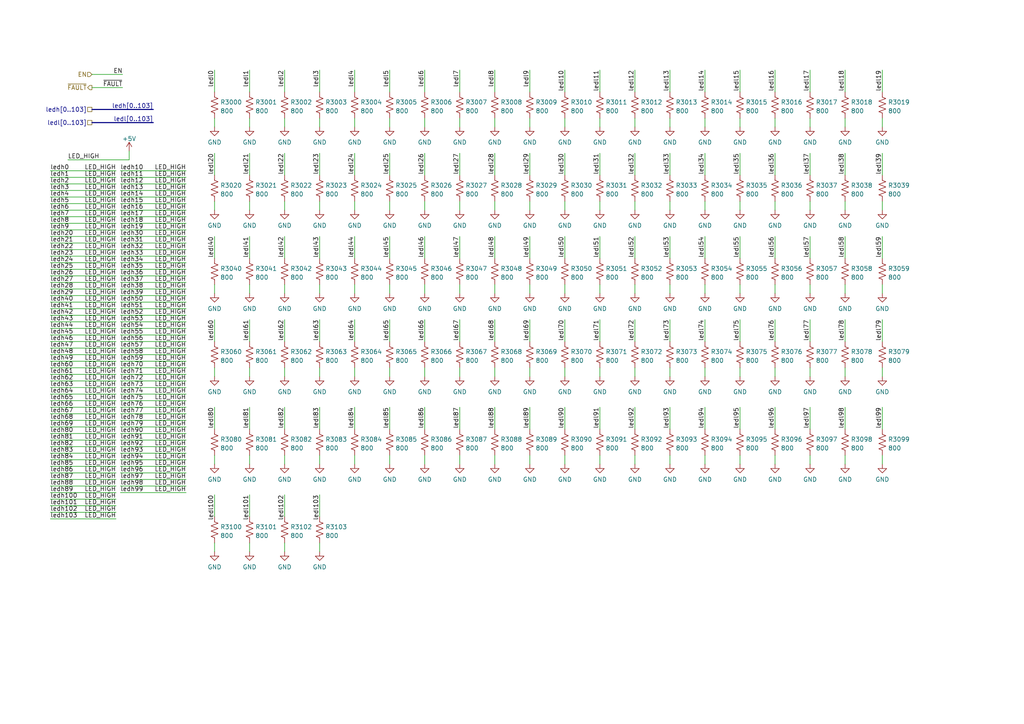
<source format=kicad_sch>
(kicad_sch (version 20211123) (generator eeschema)
  (paper "A4")
  (lib_symbols
    (symbol "Device:R_US" (pin_numbers hide) (pin_names (offset 0))
      (property "Reference" "R" (at 2.54 0 90))
      (property "Value" "R_US" (at -2.54 0 90))
      (symbol "R_US_1_1"
        (pin passive line (at 0 3.81 270) (length 1.27) (name "~") (number "1"))
        (pin passive line (at 0 -3.81 90) (length 1.27) (name "~") (number "2"))
      )
    )
    (symbol "power:+5V" (power) (pin_names (offset 0))
      (property "Value" "+5V" (at 0 3.556 0))
      (symbol "+5V_1_1"
        (pin power_in line (at 0 0 90) (length 0) hide (name "+5V") (number "1"))
      )
    )
    (symbol "power:GND" (power) (pin_names (offset 0))
      (property "Value" "GND" (at 0 -3.81 0))
      (symbol "GND_1_1"
        (pin power_in line (at 0 0 270) (length 0) hide (name "GND") (number "1"))
      )
    )
  )
  (wire (pts (xy 34.925 131.445) (xy 53.975 131.445)))
  (wire (pts (xy 133.35 34.29) (xy 133.35 36.83)))
  (wire (pts (xy 72.39 157.48) (xy 72.39 160.02)))
  (wire (pts (xy 34.925 140.97) (xy 53.975 140.97)))
  (wire (pts (xy 102.87 34.29) (xy 102.87 36.83)))
  (wire (pts (xy 14.605 123.825) (xy 33.655 123.825)))
  (wire (pts (xy 255.905 20.32) (xy 255.905 26.67)))
  (wire (pts (xy 72.39 34.29) (xy 72.39 36.83)))
  (wire (pts (xy 72.39 82.55) (xy 72.39 85.09)))
  (wire (pts (xy 255.905 132.08) (xy 255.905 134.62)))
  (wire (pts (xy 34.925 125.73) (xy 53.975 125.73)))
  (wire (pts (xy 163.83 82.55) (xy 163.83 85.09)))
  (wire (pts (xy 14.605 142.875) (xy 33.655 142.875)))
  (wire (pts (xy 123.19 132.08) (xy 123.19 134.62)))
  (wire (pts (xy 34.925 99.06) (xy 53.975 99.06)))
  (wire (pts (xy 173.99 132.08) (xy 173.99 134.62)))
  (wire (pts (xy 62.23 157.48) (xy 62.23 160.02)))
  (wire (pts (xy 82.55 68.58) (xy 82.55 74.93)))
  (wire (pts (xy 14.605 81.915) (xy 33.655 81.915)))
  (wire (pts (xy 163.83 34.29) (xy 163.83 36.83)))
  (wire (pts (xy 123.19 34.29) (xy 123.19 36.83)))
  (wire (pts (xy 14.605 120.015) (xy 33.655 120.015)))
  (wire (pts (xy 14.605 80.01) (xy 33.655 80.01)))
  (wire (pts (xy 133.35 132.08) (xy 133.35 134.62)))
  (wire (pts (xy 14.605 78.105) (xy 33.655 78.105)))
  (wire (pts (xy 173.99 58.42) (xy 173.99 60.96)))
  (wire (pts (xy 123.19 58.42) (xy 123.19 60.96)))
  (wire (pts (xy 153.67 34.29) (xy 153.67 36.83)))
  (wire (pts (xy 62.23 68.58) (xy 62.23 74.93)))
  (wire (pts (xy 133.35 106.68) (xy 133.35 109.22)))
  (wire (pts (xy 14.605 95.25) (xy 33.655 95.25)))
  (wire (pts (xy 214.63 20.32) (xy 214.63 26.67)))
  (wire (pts (xy 34.925 76.2) (xy 53.975 76.2)))
  (wire (pts (xy 163.83 118.11) (xy 163.83 124.46)))
  (wire (pts (xy 82.55 58.42) (xy 82.55 60.96)))
  (wire (pts (xy 34.925 81.915) (xy 53.975 81.915)))
  (wire (pts (xy 173.99 92.71) (xy 173.99 99.06)))
  (wire (pts (xy 92.71 34.29) (xy 92.71 36.83)))
  (wire (pts (xy 133.35 82.55) (xy 133.35 85.09)))
  (wire (pts (xy 14.605 118.11) (xy 33.655 118.11)))
  (wire (pts (xy 82.55 157.48) (xy 82.55 160.02)))
  (wire (pts (xy 34.925 121.92) (xy 53.975 121.92)))
  (wire (pts (xy 133.35 92.71) (xy 133.35 99.06)))
  (wire (pts (xy 34.925 142.875) (xy 53.975 142.875)))
  (wire (pts (xy 14.605 72.39) (xy 33.655 72.39)))
  (wire (pts (xy 194.31 44.45) (xy 194.31 50.8)))
  (wire (pts (xy 14.605 93.345) (xy 33.655 93.345)))
  (wire (pts (xy 204.47 92.71) (xy 204.47 99.06)))
  (wire (pts (xy 245.11 106.68) (xy 245.11 109.22)))
  (wire (pts (xy 34.925 102.87) (xy 53.975 102.87)))
  (wire (pts (xy 133.35 44.45) (xy 133.35 50.8)))
  (wire (pts (xy 34.925 95.25) (xy 53.975 95.25)))
  (wire (pts (xy 82.55 44.45) (xy 82.55 50.8)))
  (wire (pts (xy 184.15 20.32) (xy 184.15 26.67)))
  (wire (pts (xy 113.03 106.68) (xy 113.03 109.22)))
  (wire (pts (xy 62.23 92.71) (xy 62.23 99.06)))
  (wire (pts (xy 245.11 118.11) (xy 245.11 124.46)))
  (wire (pts (xy 34.925 51.435) (xy 53.975 51.435)))
  (wire (pts (xy 184.15 106.68) (xy 184.15 109.22)))
  (wire (pts (xy 92.71 157.48) (xy 92.71 160.02)))
  (wire (pts (xy 153.67 20.32) (xy 153.67 26.67)))
  (wire (pts (xy 26.67 25.4) (xy 35.56 25.4)))
  (wire (pts (xy 234.95 34.29) (xy 234.95 36.83)))
  (wire (pts (xy 34.925 55.245) (xy 53.975 55.245)))
  (wire (pts (xy 34.925 70.485) (xy 53.975 70.485)))
  (wire (pts (xy 72.39 58.42) (xy 72.39 60.96)))
  (wire (pts (xy 214.63 92.71) (xy 214.63 99.06)))
  (wire (pts (xy 82.55 106.68) (xy 82.55 109.22)))
  (wire (pts (xy 143.51 20.32) (xy 143.51 26.67)))
  (wire (pts (xy 14.605 135.255) (xy 33.655 135.255)))
  (wire (pts (xy 153.67 58.42) (xy 153.67 60.96)))
  (wire (pts (xy 204.47 82.55) (xy 204.47 85.09)))
  (wire (pts (xy 173.99 118.11) (xy 173.99 124.46)))
  (wire (pts (xy 234.95 20.32) (xy 234.95 26.67)))
  (wire (pts (xy 173.99 44.45) (xy 173.99 50.8)))
  (wire (pts (xy 14.605 139.065) (xy 33.655 139.065)))
  (wire (pts (xy 245.11 82.55) (xy 245.11 85.09)))
  (wire (pts (xy 123.19 68.58) (xy 123.19 74.93)))
  (wire (pts (xy 204.47 44.45) (xy 204.47 50.8)))
  (wire (pts (xy 14.605 125.73) (xy 33.655 125.73)))
  (wire (pts (xy 14.605 131.445) (xy 33.655 131.445)))
  (wire (pts (xy 224.79 68.58) (xy 224.79 74.93)))
  (wire (pts (xy 14.605 87.63) (xy 33.655 87.63)))
  (wire (pts (xy 34.925 100.965) (xy 53.975 100.965)))
  (wire (pts (xy 34.925 59.055) (xy 53.975 59.055)))
  (wire (pts (xy 113.03 82.55) (xy 113.03 85.09)))
  (wire (pts (xy 153.67 92.71) (xy 153.67 99.06)))
  (wire (pts (xy 34.925 127.635) (xy 53.975 127.635)))
  (wire (pts (xy 194.31 106.68) (xy 194.31 109.22)))
  (wire (pts (xy 245.11 92.71) (xy 245.11 99.06)))
  (wire (pts (xy 255.905 92.71) (xy 255.905 99.06)))
  (wire (pts (xy 184.15 82.55) (xy 184.15 85.09)))
  (wire (pts (xy 194.31 34.29) (xy 194.31 36.83)))
  (wire (pts (xy 255.905 82.55) (xy 255.905 85.09)))
  (wire (pts (xy 34.925 108.585) (xy 53.975 108.585)))
  (wire (pts (xy 34.925 60.96) (xy 53.975 60.96)))
  (wire (pts (xy 82.55 118.11) (xy 82.55 124.46)))
  (wire (pts (xy 72.39 68.58) (xy 72.39 74.93)))
  (wire (pts (xy 224.79 34.29) (xy 224.79 36.83)))
  (wire (pts (xy 102.87 118.11) (xy 102.87 124.46)))
  (wire (pts (xy 123.19 118.11) (xy 123.19 124.46)))
  (wire (pts (xy 62.23 34.29) (xy 62.23 36.83)))
  (wire (pts (xy 34.925 83.82) (xy 53.975 83.82)))
  (wire (pts (xy 14.605 137.16) (xy 33.655 137.16)))
  (wire (pts (xy 34.925 89.535) (xy 53.975 89.535)))
  (wire (pts (xy 14.605 110.49) (xy 33.655 110.49)))
  (wire (pts (xy 92.71 132.08) (xy 92.71 134.62)))
  (wire (pts (xy 14.605 55.245) (xy 33.655 55.245)))
  (wire (pts (xy 204.47 20.32) (xy 204.47 26.67)))
  (wire (pts (xy 224.79 44.45) (xy 224.79 50.8)))
  (wire (pts (xy 204.47 58.42) (xy 204.47 60.96)))
  (wire (pts (xy 143.51 106.68) (xy 143.51 109.22)))
  (wire (pts (xy 123.19 44.45) (xy 123.19 50.8)))
  (wire (pts (xy 123.19 92.71) (xy 123.19 99.06)))
  (wire (pts (xy 14.605 68.58) (xy 33.655 68.58)))
  (wire (pts (xy 14.605 76.2) (xy 33.655 76.2)))
  (wire (pts (xy 62.23 118.11) (xy 62.23 124.46)))
  (wire (pts (xy 184.15 118.11) (xy 184.15 124.46)))
  (wire (pts (xy 194.31 92.71) (xy 194.31 99.06)))
  (wire (pts (xy 194.31 58.42) (xy 194.31 60.96)))
  (wire (pts (xy 34.925 93.345) (xy 53.975 93.345)))
  (wire (pts (xy 113.03 92.71) (xy 113.03 99.06)))
  (wire (pts (xy 62.23 44.45) (xy 62.23 50.8)))
  (wire (pts (xy 26.67 21.59) (xy 35.56 21.59)))
  (wire (pts (xy 34.925 64.77) (xy 53.975 64.77)))
  (wire (pts (xy 245.11 58.42) (xy 245.11 60.96)))
  (wire (pts (xy 173.99 106.68) (xy 173.99 109.22)))
  (wire (pts (xy 133.35 58.42) (xy 133.35 60.96)))
  (wire (pts (xy 194.31 132.08) (xy 194.31 134.62)))
  (wire (pts (xy 204.47 34.29) (xy 204.47 36.83)))
  (wire (pts (xy 62.23 20.32) (xy 62.23 26.67)))
  (wire (pts (xy 153.67 44.45) (xy 153.67 50.8)))
  (wire (pts (xy 214.63 58.42) (xy 214.63 60.96)))
  (wire (pts (xy 133.35 118.11) (xy 133.35 124.46)))
  (wire (pts (xy 163.83 20.32) (xy 163.83 26.67)))
  (wire (pts (xy 163.83 92.71) (xy 163.83 99.06)))
  (wire (pts (xy 82.55 82.55) (xy 82.55 85.09)))
  (wire (pts (xy 82.55 92.71) (xy 82.55 99.06)))
  (wire (pts (xy 245.11 20.32) (xy 245.11 26.67)))
  (wire (pts (xy 224.79 106.68) (xy 224.79 109.22)))
  (wire (pts (xy 153.67 132.08) (xy 153.67 134.62)))
  (wire (pts (xy 163.83 132.08) (xy 163.83 134.62)))
  (wire (pts (xy 92.71 106.68) (xy 92.71 109.22)))
  (wire (pts (xy 204.47 118.11) (xy 204.47 124.46)))
  (wire (pts (xy 113.03 118.11) (xy 113.03 124.46)))
  (wire (pts (xy 204.47 106.68) (xy 204.47 109.22)))
  (wire (pts (xy 173.99 82.55) (xy 173.99 85.09)))
  (wire (pts (xy 14.605 59.055) (xy 33.655 59.055)))
  (wire (pts (xy 214.63 68.58) (xy 214.63 74.93)))
  (wire (pts (xy 245.11 132.08) (xy 245.11 134.62)))
  (wire (pts (xy 123.19 106.68) (xy 123.19 109.22)))
  (wire (pts (xy 163.83 58.42) (xy 163.83 60.96)))
  (wire (pts (xy 34.925 91.44) (xy 53.975 91.44)))
  (wire (pts (xy 245.11 34.29) (xy 245.11 36.83)))
  (wire (pts (xy 194.31 20.32) (xy 194.31 26.67)))
  (wire (pts (xy 102.87 20.32) (xy 102.87 26.67)))
  (wire (pts (xy 102.87 68.58) (xy 102.87 74.93)))
  (wire (pts (xy 184.15 68.58) (xy 184.15 74.93)))
  (wire (pts (xy 14.605 140.97) (xy 33.655 140.97)))
  (wire (pts (xy 153.67 106.68) (xy 153.67 109.22)))
  (wire (pts (xy 214.63 132.08) (xy 214.63 134.62)))
  (wire (pts (xy 34.925 80.01) (xy 53.975 80.01)))
  (wire (pts (xy 62.23 82.55) (xy 62.23 85.09)))
  (wire (pts (xy 72.39 106.68) (xy 72.39 109.22)))
  (wire (pts (xy 234.95 132.08) (xy 234.95 134.62)))
  (wire (pts (xy 92.71 82.55) (xy 92.71 85.09)))
  (wire (pts (xy 102.87 82.55) (xy 102.87 85.09)))
  (wire (pts (xy 113.03 20.32) (xy 113.03 26.67)))
  (wire (pts (xy 14.605 89.535) (xy 33.655 89.535)))
  (wire (pts (xy 34.925 66.675) (xy 53.975 66.675)))
  (wire (pts (xy 34.925 106.68) (xy 53.975 106.68)))
  (wire (pts (xy 102.87 106.68) (xy 102.87 109.22)))
  (wire (pts (xy 153.67 68.58) (xy 153.67 74.93)))
  (wire (pts (xy 82.55 132.08) (xy 82.55 134.62)))
  (wire (pts (xy 153.67 118.11) (xy 153.67 124.46)))
  (wire (pts (xy 14.605 148.59) (xy 33.655 148.59)))
  (wire (pts (xy 163.83 44.45) (xy 163.83 50.8)))
  (wire (pts (xy 255.905 44.45) (xy 255.905 50.8)))
  (bus (pts (xy 26.67 31.75) (xy 44.45 31.75)))
  (wire (pts (xy 34.925 62.865) (xy 53.975 62.865)))
  (wire (pts (xy 194.31 118.11) (xy 194.31 124.46)))
  (wire (pts (xy 82.55 34.29) (xy 82.55 36.83)))
  (wire (pts (xy 14.605 144.78) (xy 33.655 144.78)))
  (wire (pts (xy 102.87 44.45) (xy 102.87 50.8)))
  (wire (pts (xy 224.79 118.11) (xy 224.79 124.46)))
  (wire (pts (xy 133.35 20.32) (xy 133.35 26.67)))
  (wire (pts (xy 34.925 85.725) (xy 53.975 85.725)))
  (wire (pts (xy 34.925 123.825) (xy 53.975 123.825)))
  (wire (pts (xy 14.605 127.635) (xy 33.655 127.635)))
  (wire (pts (xy 14.605 60.96) (xy 33.655 60.96)))
  (wire (pts (xy 82.55 143.51) (xy 82.55 149.86)))
  (wire (pts (xy 204.47 132.08) (xy 204.47 134.62)))
  (wire (pts (xy 255.905 106.68) (xy 255.905 109.22)))
  (wire (pts (xy 173.99 20.32) (xy 173.99 26.67)))
  (wire (pts (xy 245.11 68.58) (xy 245.11 74.93)))
  (wire (pts (xy 214.63 118.11) (xy 214.63 124.46)))
  (wire (pts (xy 123.19 20.32) (xy 123.19 26.67)))
  (wire (pts (xy 143.51 118.11) (xy 143.51 124.46)))
  (wire (pts (xy 34.925 112.395) (xy 53.975 112.395)))
  (wire (pts (xy 34.925 133.35) (xy 53.975 133.35)))
  (wire (pts (xy 143.51 34.29) (xy 143.51 36.83)))
  (wire (pts (xy 72.39 143.51) (xy 72.39 149.86)))
  (wire (pts (xy 184.15 44.45) (xy 184.15 50.8)))
  (wire (pts (xy 184.15 34.29) (xy 184.15 36.83)))
  (wire (pts (xy 214.63 106.68) (xy 214.63 109.22)))
  (wire (pts (xy 224.79 20.32) (xy 224.79 26.67)))
  (wire (pts (xy 234.95 106.68) (xy 234.95 109.22)))
  (wire (pts (xy 72.39 20.32) (xy 72.39 26.67)))
  (wire (pts (xy 14.605 83.82) (xy 33.655 83.82)))
  (wire (pts (xy 34.925 97.155) (xy 53.975 97.155)))
  (wire (pts (xy 14.605 53.34) (xy 33.655 53.34)))
  (wire (pts (xy 92.71 44.45) (xy 92.71 50.8)))
  (wire (pts (xy 255.905 68.58) (xy 255.905 74.93)))
  (wire (pts (xy 72.39 92.71) (xy 72.39 99.06)))
  (wire (pts (xy 34.925 68.58) (xy 53.975 68.58)))
  (wire (pts (xy 14.605 108.585) (xy 33.655 108.585)))
  (wire (pts (xy 173.99 68.58) (xy 173.99 74.93)))
  (wire (pts (xy 92.71 143.51) (xy 92.71 149.86)))
  (wire (pts (xy 153.67 82.55) (xy 153.67 85.09)))
  (wire (pts (xy 194.31 68.58) (xy 194.31 74.93)))
  (wire (pts (xy 102.87 132.08) (xy 102.87 134.62)))
  (wire (pts (xy 92.71 118.11) (xy 92.71 124.46)))
  (wire (pts (xy 143.51 68.58) (xy 143.51 74.93)))
  (wire (pts (xy 34.925 139.065) (xy 53.975 139.065)))
  (wire (pts (xy 14.605 66.675) (xy 33.655 66.675)))
  (wire (pts (xy 214.63 82.55) (xy 214.63 85.09)))
  (wire (pts (xy 34.925 120.015) (xy 53.975 120.015)))
  (wire (pts (xy 92.71 58.42) (xy 92.71 60.96)))
  (wire (pts (xy 34.925 137.16) (xy 53.975 137.16)))
  (wire (pts (xy 92.71 68.58) (xy 92.71 74.93)))
  (wire (pts (xy 72.39 118.11) (xy 72.39 124.46)))
  (wire (pts (xy 34.925 74.295) (xy 53.975 74.295)))
  (wire (pts (xy 14.605 112.395) (xy 33.655 112.395)))
  (wire (pts (xy 92.71 20.32) (xy 92.71 26.67)))
  (wire (pts (xy 14.605 146.685) (xy 33.655 146.685)))
  (wire (pts (xy 163.83 106.68) (xy 163.83 109.22)))
  (wire (pts (xy 72.39 132.08) (xy 72.39 134.62)))
  (wire (pts (xy 184.15 58.42) (xy 184.15 60.96)))
  (wire (pts (xy 143.51 44.45) (xy 143.51 50.8)))
  (wire (pts (xy 14.605 114.3) (xy 33.655 114.3)))
  (wire (pts (xy 234.95 58.42) (xy 234.95 60.96)))
  (wire (pts (xy 14.605 97.155) (xy 33.655 97.155)))
  (wire (pts (xy 113.03 68.58) (xy 113.03 74.93)))
  (wire (pts (xy 14.605 150.495) (xy 33.655 150.495)))
  (wire (pts (xy 19.685 46.355) (xy 37.465 46.355)))
  (wire (pts (xy 245.11 44.45) (xy 245.11 50.8)))
  (wire (pts (xy 34.925 129.54) (xy 53.975 129.54)))
  (wire (pts (xy 234.95 44.45) (xy 234.95 50.8)))
  (wire (pts (xy 14.605 102.87) (xy 33.655 102.87)))
  (wire (pts (xy 34.925 104.775) (xy 53.975 104.775)))
  (wire (pts (xy 113.03 44.45) (xy 113.03 50.8)))
  (wire (pts (xy 224.79 82.55) (xy 224.79 85.09)))
  (wire (pts (xy 14.605 51.435) (xy 33.655 51.435)))
  (wire (pts (xy 37.465 43.815) (xy 37.465 46.355)))
  (wire (pts (xy 34.925 110.49) (xy 53.975 110.49)))
  (wire (pts (xy 143.51 132.08) (xy 143.51 134.62)))
  (wire (pts (xy 92.71 92.71) (xy 92.71 99.06)))
  (wire (pts (xy 113.03 34.29) (xy 113.03 36.83)))
  (wire (pts (xy 214.63 34.29) (xy 214.63 36.83)))
  (wire (pts (xy 173.99 34.29) (xy 173.99 36.83)))
  (wire (pts (xy 224.79 58.42) (xy 224.79 60.96)))
  (wire (pts (xy 62.23 143.51) (xy 62.23 149.86)))
  (wire (pts (xy 62.23 106.68) (xy 62.23 109.22)))
  (wire (pts (xy 14.605 99.06) (xy 33.655 99.06)))
  (wire (pts (xy 143.51 82.55) (xy 143.51 85.09)))
  (wire (pts (xy 14.605 62.865) (xy 33.655 62.865)))
  (wire (pts (xy 62.23 132.08) (xy 62.23 134.62)))
  (wire (pts (xy 113.03 132.08) (xy 113.03 134.62)))
  (wire (pts (xy 234.95 118.11) (xy 234.95 124.46)))
  (wire (pts (xy 214.63 44.45) (xy 214.63 50.8)))
  (wire (pts (xy 163.83 68.58) (xy 163.83 74.93)))
  (wire (pts (xy 14.605 100.965) (xy 33.655 100.965)))
  (wire (pts (xy 62.23 58.42) (xy 62.23 60.96)))
  (wire (pts (xy 14.605 121.92) (xy 33.655 121.92)))
  (wire (pts (xy 123.19 82.55) (xy 123.19 85.09)))
  (wire (pts (xy 133.35 68.58) (xy 133.35 74.93)))
  (wire (pts (xy 14.605 129.54) (xy 33.655 129.54)))
  (wire (pts (xy 234.95 82.55) (xy 234.95 85.09)))
  (wire (pts (xy 14.605 104.775) (xy 33.655 104.775)))
  (wire (pts (xy 184.15 132.08) (xy 184.15 134.62)))
  (wire (pts (xy 14.605 74.295) (xy 33.655 74.295)))
  (wire (pts (xy 34.925 116.205) (xy 53.975 116.205)))
  (wire (pts (xy 194.31 82.55) (xy 194.31 85.09)))
  (wire (pts (xy 143.51 58.42) (xy 143.51 60.96)))
  (wire (pts (xy 34.925 118.11) (xy 53.975 118.11)))
  (wire (pts (xy 34.925 135.255) (xy 53.975 135.255)))
  (bus (pts (xy 26.67 35.56) (xy 44.45 35.56)))
  (wire (pts (xy 14.605 57.15) (xy 33.655 57.15)))
  (wire (pts (xy 14.605 116.205) (xy 33.655 116.205)))
  (wire (pts (xy 34.925 72.39) (xy 53.975 72.39)))
  (wire (pts (xy 14.605 85.725) (xy 33.655 85.725)))
  (wire (pts (xy 34.925 49.53) (xy 53.975 49.53)))
  (wire (pts (xy 34.925 87.63) (xy 53.975 87.63)))
  (wire (pts (xy 14.605 49.53) (xy 33.655 49.53)))
  (wire (pts (xy 14.605 91.44) (xy 33.655 91.44)))
  (wire (pts (xy 102.87 92.71) (xy 102.87 99.06)))
  (wire (pts (xy 113.03 58.42) (xy 113.03 60.96)))
  (wire (pts (xy 14.605 133.35) (xy 33.655 133.35)))
  (wire (pts (xy 14.605 64.77) (xy 33.655 64.77)))
  (wire (pts (xy 102.87 58.42) (xy 102.87 60.96)))
  (wire (pts (xy 224.79 92.71) (xy 224.79 99.06)))
  (wire (pts (xy 34.925 78.105) (xy 53.975 78.105)))
  (wire (pts (xy 255.905 118.11) (xy 255.905 124.46)))
  (wire (pts (xy 34.925 53.34) (xy 53.975 53.34)))
  (wire (pts (xy 34.925 57.15) (xy 53.975 57.15)))
  (wire (pts (xy 14.605 70.485) (xy 33.655 70.485)))
  (wire (pts (xy 224.79 132.08) (xy 224.79 134.62)))
  (wire (pts (xy 255.905 34.29) (xy 255.905 36.83)))
  (wire (pts (xy 34.925 114.3) (xy 53.975 114.3)))
  (wire (pts (xy 82.55 20.32) (xy 82.55 26.67)))
  (wire (pts (xy 14.605 106.68) (xy 33.655 106.68)))
  (wire (pts (xy 255.905 58.42) (xy 255.905 60.96)))
  (wire (pts (xy 204.47 68.58) (xy 204.47 74.93)))
  (wire (pts (xy 234.95 68.58) (xy 234.95 74.93)))
  (wire (pts (xy 72.39 44.45) (xy 72.39 50.8)))
  (wire (pts (xy 234.95 92.71) (xy 234.95 99.06)))
  (wire (pts (xy 184.15 92.71) (xy 184.15 99.06)))
  (wire (pts (xy 143.51 92.71) (xy 143.51 99.06)))
  (label "ledl17" (at 234.95 20.32 270))
  (label "LED_HIGH" (at 33.655 70.485 180))
  (label "ledl94" (at 204.47 118.11 270))
  (label "ledl64" (at 102.87 92.71 270))
  (label "LED_HIGH" (at 53.975 129.54 180))
  (label "ledl12" (at 184.15 20.32 270))
  (label "LED_HIGH" (at 33.655 114.3 180))
  (label "LED_HIGH" (at 53.975 51.435 180))
  (label "ledh70" (at 34.925 106.68 0))
  (label "ledl83" (at 92.71 118.11 270))
  (label "ledl[0..103]" (at 44.45 35.56 180))
  (label "LED_HIGH" (at 33.655 89.535 180))
  (label "ledl48" (at 143.51 68.58 270))
  (label "ledh55" (at 34.925 97.155 0))
  (label "ledh92" (at 34.925 129.54 0))
  (label "ledh41" (at 14.605 89.535 0))
  (label "ledl3" (at 92.71 20.32 270))
  (label "LED_HIGH" (at 33.655 66.675 180))
  (label "LED_HIGH" (at 33.655 137.16 180))
  (label "ledl30" (at 163.83 44.45 270))
  (label "ledh100" (at 14.605 144.78 0))
  (label "ledh42" (at 14.605 91.44 0))
  (label "ledh98" (at 34.925 140.97 0))
  (label "ledl55" (at 214.63 68.58 270))
  (label "ledh13" (at 34.925 55.245 0))
  (label "ledh90" (at 34.925 125.73 0))
  (label "LED_HIGH" (at 33.655 78.105 180))
  (label "LED_HIGH" (at 53.975 106.68 180))
  (label "ledh94" (at 34.925 133.35 0))
  (label "LED_HIGH" (at 33.655 49.53 180))
  (label "LED_HIGH" (at 53.975 120.015 180))
  (label "LED_HIGH" (at 53.975 55.245 180))
  (label "LED_HIGH" (at 53.975 131.445 180))
  (label "LED_HIGH" (at 53.975 93.345 180))
  (label "ledh57" (at 34.925 100.965 0))
  (label "ledh16" (at 34.925 60.96 0))
  (label "ledh72" (at 34.925 110.49 0))
  (label "LED_HIGH" (at 33.655 57.15 180))
  (label "ledl44" (at 102.87 68.58 270))
  (label "ledh11" (at 34.925 51.435 0))
  (label "ledh74" (at 34.925 114.3 0))
  (label "LED_HIGH" (at 33.655 68.58 180))
  (label "LED_HIGH" (at 53.975 49.53 180))
  (label "ledl98" (at 245.11 118.11 270))
  (label "ledl38" (at 245.11 44.45 270))
  (label "ledl90" (at 163.83 118.11 270))
  (label "ledl0" (at 62.23 20.32 270))
  (label "LED_HIGH" (at 33.655 102.87 180))
  (label "ledl93" (at 194.31 118.11 270))
  (label "LED_HIGH" (at 53.975 97.155 180))
  (label "ledl80" (at 62.23 118.11 270))
  (label "ledl85" (at 113.03 118.11 270))
  (label "ledh51" (at 34.925 89.535 0))
  (label "ledl91" (at 173.99 118.11 270))
  (label "ledl67" (at 133.35 92.71 270))
  (label "ledl4" (at 102.87 20.32 270))
  (label "LED_HIGH" (at 53.975 125.73 180))
  (label "LED_HIGH" (at 33.655 81.915 180))
  (label "ledh17" (at 34.925 62.865 0))
  (label "LED_HIGH" (at 33.655 125.73 180))
  (label "ledh60" (at 14.605 106.68 0))
  (label "ledl61" (at 72.39 92.71 270))
  (label "LED_HIGH" (at 33.655 129.54 180))
  (label "ledh28" (at 14.605 83.82 0))
  (label "LED_HIGH" (at 53.975 72.39 180))
  (label "ledl34" (at 204.47 44.45 270))
  (label "ledh2" (at 14.605 53.34 0))
  (label "ledl58" (at 245.11 68.58 270))
  (label "LED_HIGH" (at 53.975 123.825 180))
  (label "ledl29" (at 153.67 44.45 270))
  (label "ledh79" (at 34.925 123.825 0))
  (label "ledh83" (at 14.605 131.445 0))
  (label "ledl92" (at 184.15 118.11 270))
  (label "ledl10" (at 163.83 20.32 270))
  (label "LED_HIGH" (at 53.975 95.25 180))
  (label "ledh73" (at 34.925 112.395 0))
  (label "ledl27" (at 133.35 44.45 270))
  (label "LED_HIGH" (at 53.975 140.97 180))
  (label "LED_HIGH" (at 53.975 59.055 180))
  (label "ledl35" (at 214.63 44.45 270))
  (label "ledh89" (at 14.605 142.875 0))
  (label "ledh19" (at 34.925 66.675 0))
  (label "ledh64" (at 14.605 114.3 0))
  (label "ledl62" (at 82.55 92.71 270))
  (label "ledl81" (at 72.39 118.11 270))
  (label "ledh65" (at 14.605 116.205 0))
  (label "ledl70" (at 163.83 92.71 270))
  (label "ledl21" (at 72.39 44.45 270))
  (label "ledl18" (at 245.11 20.32 270))
  (label "ledh93" (at 34.925 131.445 0))
  (label "LED_HIGH" (at 19.685 46.355 0))
  (label "ledl13" (at 194.31 20.32 270))
  (label "ledh12" (at 34.925 53.34 0))
  (label "ledl46" (at 123.19 68.58 270))
  (label "ledh61" (at 14.605 108.585 0))
  (label "ledl7" (at 133.35 20.32 270))
  (label "LED_HIGH" (at 53.975 57.15 180))
  (label "LED_HIGH" (at 33.655 99.06 180))
  (label "LED_HIGH" (at 33.655 104.775 180))
  (label "ledh44" (at 14.605 95.25 0))
  (label "ledl6" (at 123.19 20.32 270))
  (label "ledl45" (at 113.03 68.58 270))
  (label "ledh46" (at 14.605 99.06 0))
  (label "ledh22" (at 14.605 72.39 0))
  (label "LED_HIGH" (at 33.655 120.015 180))
  (label "ledl50" (at 163.83 68.58 270))
  (label "ledh48" (at 14.605 102.87 0))
  (label "LED_HIGH" (at 33.655 108.585 180))
  (label "ledl86" (at 123.19 118.11 270))
  (label "ledh59" (at 34.925 104.775 0))
  (label "ledh21" (at 14.605 70.485 0))
  (label "ledl1" (at 72.39 20.32 270))
  (label "ledh23" (at 14.605 74.295 0))
  (label "LED_HIGH" (at 53.975 100.965 180))
  (label "ledh69" (at 14.605 123.825 0))
  (label "ledh102" (at 14.605 148.59 0))
  (label "ledh62" (at 14.605 110.49 0))
  (label "LED_HIGH" (at 53.975 91.44 180))
  (label "ledh36" (at 34.925 80.01 0))
  (label "LED_HIGH" (at 33.655 62.865 180))
  (label "ledh37" (at 34.925 81.915 0))
  (label "ledl96" (at 224.79 118.11 270))
  (label "ledh45" (at 14.605 97.155 0))
  (label "LED_HIGH" (at 53.975 139.065 180))
  (label "ledl39" (at 255.905 44.45 270))
  (label "LED_HIGH" (at 53.975 135.255 180))
  (label "LED_HIGH" (at 53.975 76.2 180))
  (label "ledh76" (at 34.925 118.11 0))
  (label "ledl49" (at 153.67 68.58 270))
  (label "ledl15" (at 214.63 20.32 270))
  (label "ledl100" (at 62.23 143.51 270))
  (label "LED_HIGH" (at 53.975 116.205 180))
  (label "ledh4" (at 14.605 57.15 0))
  (label "LED_HIGH" (at 33.655 83.82 180))
  (label "ledh54" (at 34.925 95.25 0))
  (label "LED_HIGH" (at 53.975 142.875 180))
  (label "ledl22" (at 82.55 44.45 270))
  (label "ledh38" (at 34.925 83.82 0))
  (label "ledl54" (at 204.47 68.58 270))
  (label "ledl36" (at 224.79 44.45 270))
  (label "ledl89" (at 153.67 118.11 270))
  (label "ledh30" (at 34.925 68.58 0))
  (label "LED_HIGH" (at 53.975 89.535 180))
  (label "ledl99" (at 255.905 118.11 270))
  (label "LED_HIGH" (at 53.975 64.77 180))
  (label "EN" (at 35.56 21.59 180))
  (label "ledh87" (at 14.605 139.065 0))
  (label "ledh10" (at 34.925 49.53 0))
  (label "ledh43" (at 14.605 93.345 0))
  (label "ledl26" (at 123.19 44.45 270))
  (label "ledl9" (at 153.67 20.32 270))
  (label "ledh63" (at 14.605 112.395 0))
  (label "LED_HIGH" (at 33.655 51.435 180))
  (label "LED_HIGH" (at 53.975 62.865 180))
  (label "ledl79" (at 255.905 92.71 270))
  (label "ledl33" (at 194.31 44.45 270))
  (label "ledh88" (at 14.605 140.97 0))
  (label "ledl76" (at 224.79 92.71 270))
  (label "LED_HIGH" (at 53.975 112.395 180))
  (label "LED_HIGH" (at 33.655 97.155 180))
  (label "ledl97" (at 234.95 118.11 270))
  (label "ledl16" (at 224.79 20.32 270))
  (label "LED_HIGH" (at 53.975 83.82 180))
  (label "LED_HIGH" (at 53.975 102.87 180))
  (label "~{FAULT}" (at 35.56 25.4 180))
  (label "ledl32" (at 184.15 44.45 270))
  (label "LED_HIGH" (at 33.655 59.055 180))
  (label "ledh24" (at 14.605 76.2 0))
  (label "ledl20" (at 62.23 44.45 270))
  (label "LED_HIGH" (at 33.655 91.44 180))
  (label "ledh39" (at 34.925 85.725 0))
  (label "ledh34" (at 34.925 76.2 0))
  (label "ledh101" (at 14.605 146.685 0))
  (label "LED_HIGH" (at 33.655 110.49 180))
  (label "LED_HIGH" (at 33.655 142.875 180))
  (label "ledh91" (at 34.925 127.635 0))
  (label "ledh56" (at 34.925 99.06 0))
  (label "LED_HIGH" (at 33.655 74.295 180))
  (label "ledl5" (at 113.03 20.32 270))
  (label "LED_HIGH" (at 33.655 135.255 180))
  (label "LED_HIGH" (at 33.655 64.77 180))
  (label "LED_HIGH" (at 53.975 81.915 180))
  (label "ledl42" (at 82.55 68.58 270))
  (label "LED_HIGH" (at 53.975 137.16 180))
  (label "ledl23" (at 92.71 44.45 270))
  (label "ledh50" (at 34.925 87.63 0))
  (label "ledh0" (at 14.605 49.53 0))
  (label "ledl87" (at 133.35 118.11 270))
  (label "ledh35" (at 34.925 78.105 0))
  (label "ledl74" (at 204.47 92.71 270))
  (label "LED_HIGH" (at 53.975 68.58 180))
  (label "LED_HIGH" (at 33.655 133.35 180))
  (label "ledl63" (at 92.71 92.71 270))
  (label "ledh66" (at 14.605 118.11 0))
  (label "LED_HIGH" (at 53.975 74.295 180))
  (label "ledl59" (at 255.905 68.58 270))
  (label "ledh80" (at 14.605 125.73 0))
  (label "ledl66" (at 123.19 92.71 270))
  (label "LED_HIGH" (at 33.655 131.445 180))
  (label "ledl43" (at 92.71 68.58 270))
  (label "ledl25" (at 113.03 44.45 270))
  (label "ledh18" (at 34.925 64.77 0))
  (label "ledl77" (at 234.95 92.71 270))
  (label "ledl78" (at 245.11 92.71 270))
  (label "ledl57" (at 234.95 68.58 270))
  (label "LED_HIGH" (at 33.655 148.59 180))
  (label "ledl71" (at 173.99 92.71 270))
  (label "LED_HIGH" (at 33.655 85.725 180))
  (label "ledl52" (at 184.15 68.58 270))
  (label "ledh103" (at 14.605 150.495 0))
  (label "LED_HIGH" (at 53.975 78.105 180))
  (label "ledh52" (at 34.925 91.44 0))
  (label "ledl72" (at 184.15 92.71 270))
  (label "ledh7" (at 14.605 62.865 0))
  (label "LED_HIGH" (at 33.655 121.92 180))
  (label "ledh81" (at 14.605 127.635 0))
  (label "ledh71" (at 34.925 108.585 0))
  (label "LED_HIGH" (at 33.655 76.2 180))
  (label "ledl31" (at 173.99 44.45 270))
  (label "LED_HIGH" (at 53.975 53.34 180))
  (label "ledh5" (at 14.605 59.055 0))
  (label "ledh26" (at 14.605 80.01 0))
  (label "ledh29" (at 14.605 85.725 0))
  (label "ledl103" (at 92.71 143.51 270))
  (label "LED_HIGH" (at 33.655 123.825 180))
  (label "ledl53" (at 194.31 68.58 270))
  (label "ledl56" (at 224.79 68.58 270))
  (label "LED_HIGH" (at 33.655 140.97 180))
  (label "LED_HIGH" (at 33.655 72.39 180))
  (label "LED_HIGH" (at 53.975 85.725 180))
  (label "ledh8" (at 14.605 64.77 0))
  (label "ledh99" (at 34.925 142.875 0))
  (label "LED_HIGH" (at 33.655 95.25 180))
  (label "LED_HIGH" (at 53.975 60.96 180))
  (label "LED_HIGH" (at 53.975 104.775 180))
  (label "LED_HIGH" (at 33.655 118.11 180))
  (label "ledh3" (at 14.605 55.245 0))
  (label "LED_HIGH" (at 33.655 127.635 180))
  (label "ledl84" (at 102.87 118.11 270))
  (label "LED_HIGH" (at 33.655 60.96 180))
  (label "LED_HIGH" (at 53.975 99.06 180))
  (label "LED_HIGH" (at 53.975 114.3 180))
  (label "ledh6" (at 14.605 60.96 0))
  (label "ledl88" (at 143.51 118.11 270))
  (label "ledl51" (at 173.99 68.58 270))
  (label "ledh32" (at 34.925 72.39 0))
  (label "ledl75" (at 214.63 92.71 270))
  (label "LED_HIGH" (at 33.655 53.34 180))
  (label "ledh53" (at 34.925 93.345 0))
  (label "ledl40" (at 62.23 68.58 270))
  (label "LED_HIGH" (at 53.975 87.63 180))
  (label "LED_HIGH" (at 53.975 133.35 180))
  (label "ledh27" (at 14.605 81.915 0))
  (label "LED_HIGH" (at 33.655 80.01 180))
  (label "LED_HIGH" (at 53.975 80.01 180))
  (label "ledh96" (at 34.925 137.16 0))
  (label "ledh82" (at 14.605 129.54 0))
  (label "ledh86" (at 14.605 137.16 0))
  (label "ledl14" (at 204.47 20.32 270))
  (label "ledl24" (at 102.87 44.45 270))
  (label "LED_HIGH" (at 53.975 121.92 180))
  (label "LED_HIGH" (at 33.655 87.63 180))
  (label "LED_HIGH" (at 33.655 100.965 180))
  (label "ledh77" (at 34.925 120.015 0))
  (label "LED_HIGH" (at 33.655 150.495 180))
  (label "ledl68" (at 143.51 92.71 270))
  (label "LED_HIGH" (at 33.655 112.395 180))
  (label "ledh9" (at 14.605 66.675 0))
  (label "ledh58" (at 34.925 102.87 0))
  (label "ledl2" (at 82.55 20.32 270))
  (label "ledh95" (at 34.925 135.255 0))
  (label "ledl37" (at 234.95 44.45 270))
  (label "ledl60" (at 62.23 92.71 270))
  (label "ledh78" (at 34.925 121.92 0))
  (label "ledh85" (at 14.605 135.255 0))
  (label "ledh25" (at 14.605 78.105 0))
  (label "LED_HIGH" (at 33.655 146.685 180))
  (label "ledl82" (at 82.55 118.11 270))
  (label "ledh[0..103]" (at 44.45 31.75 180))
  (label "LED_HIGH" (at 53.975 127.635 180))
  (label "ledl28" (at 143.51 44.45 270))
  (label "ledl69" (at 153.67 92.71 270))
  (label "LED_HIGH" (at 33.655 116.205 180))
  (label "ledh14" (at 34.925 57.15 0))
  (label "ledl102" (at 82.55 143.51 270))
  (label "ledl95" (at 214.63 118.11 270))
  (label "ledh47" (at 14.605 100.965 0))
  (label "LED_HIGH" (at 53.975 118.11 180))
  (label "ledh20" (at 14.605 68.58 0))
  (label "ledl8" (at 143.51 20.32 270))
  (label "ledh67" (at 14.605 120.015 0))
  (label "LED_HIGH" (at 33.655 93.345 180))
  (label "LED_HIGH" (at 33.655 144.78 180))
  (label "ledl101" (at 72.39 143.51 270))
  (label "LED_HIGH" (at 53.975 70.485 180))
  (label "ledl19" (at 255.905 20.32 270))
  (label "ledl73" (at 194.31 92.71 270))
  (label "ledl65" (at 113.03 92.71 270))
  (label "ledh31" (at 34.925 70.485 0))
  (label "LED_HIGH" (at 53.975 110.49 180))
  (label "ledl41" (at 72.39 68.58 270))
  (label "LED_HIGH" (at 53.975 108.585 180))
  (label "LED_HIGH" (at 33.655 106.68 180))
  (label "ledl47" (at 133.35 68.58 270))
  (label "ledh1" (at 14.605 51.435 0))
  (label "ledh68" (at 14.605 121.92 0))
  (label "ledl11" (at 173.99 20.32 270))
  (label "LED_HIGH" (at 33.655 139.065 180))
  (label "ledh33" (at 34.925 74.295 0))
  (label "ledh97" (at 34.925 139.065 0))
  (label "LED_HIGH" (at 53.975 66.675 180))
  (label "ledh75" (at 34.925 116.205 0))
  (label "ledh84" (at 14.605 133.35 0))
  (label "ledh40" (at 14.605 87.63 0))
  (label "ledh15" (at 34.925 59.055 0))
  (label "LED_HIGH" (at 33.655 55.245 180))
  (label "ledh49" (at 14.605 104.775 0))
  (hierarchical_label "ledl[0..103]" (shape passive) (at 26.67 35.56 180))
  (hierarchical_label "~{FAULT}" (shape output) (at 26.67 25.4 180))
  (hierarchical_label "EN" (shape input) (at 26.67 21.59 180))
  (hierarchical_label "ledh[0..103]" (shape passive) (at 26.67 31.75 180))
  (symbol (lib_id "power:GND") (at 163.83 60.96 0) (unit 1)
    (property "Reference" "#PWR03031" (effects hide))
    (property "Value" "GND" (at 163.83 65.4034 0))
  )
  (symbol (lib_id "Device:R_US") (at 143.51 54.61 0) (unit 1)
    (property "Reference" "R3028" (at 145.161 53.7753 0) (effects (justify left)))
    (property "Value" "800" (at 145.161 56.3122 0) (effects (justify left)))
    (property "Footprint" "Resistor_SMD:R_0603_1608Metric" (effects hide))
  )
  (symbol (lib_id "Device:R_US") (at 194.31 78.74 0) (unit 1)
    (property "Reference" "R3053" (at 195.961 77.9053 0) (effects (justify left)))
    (property "Value" "800" (at 195.961 80.4422 0) (effects (justify left)))
    (property "Footprint" "Resistor_SMD:R_0603_1608Metric" (effects hide))
  )
  (symbol (lib_id "power:GND") (at 234.95 60.96 0) (unit 1)
    (property "Reference" "#PWR03038" (effects hide))
    (property "Value" "GND" (at 234.95 65.4034 0))
  )
  (symbol (lib_id "Device:R_US") (at 153.67 30.48 0) (unit 1)
    (property "Reference" "R3009" (at 155.321 29.6453 0) (effects (justify left)))
    (property "Value" "800" (at 155.321 32.1822 0) (effects (justify left)))
    (property "Footprint" "Resistor_SMD:R_0603_1608Metric" (effects hide))
  )
  (symbol (lib_id "power:GND") (at 234.95 134.62 0) (unit 1)
    (property "Reference" "#PWR03098" (effects hide))
    (property "Value" "GND" (at 234.95 139.0634 0))
  )
  (symbol (lib_id "power:GND") (at 245.11 85.09 0) (unit 1)
    (property "Reference" "#PWR03059" (effects hide))
    (property "Value" "GND" (at 245.11 89.5334 0))
  )
  (symbol (lib_id "power:GND") (at 62.23 134.62 0) (unit 1)
    (property "Reference" "#PWR03081" (effects hide))
    (property "Value" "GND" (at 62.23 139.0634 0))
  )
  (symbol (lib_id "Device:R_US") (at 255.905 128.27 0) (unit 1)
    (property "Reference" "R3099" (at 257.556 127.4353 0) (effects (justify left)))
    (property "Value" "800" (at 257.556 129.9722 0) (effects (justify left)))
    (property "Footprint" "Resistor_SMD:R_0603_1608Metric" (effects hide))
  )
  (symbol (lib_id "Device:R_US") (at 113.03 78.74 0) (unit 1)
    (property "Reference" "R3045" (at 114.681 77.9053 0) (effects (justify left)))
    (property "Value" "800" (at 114.681 80.4422 0) (effects (justify left)))
    (property "Footprint" "Resistor_SMD:R_0603_1608Metric" (effects hide))
  )
  (symbol (lib_id "power:GND") (at 153.67 60.96 0) (unit 1)
    (property "Reference" "#PWR03030" (effects hide))
    (property "Value" "GND" (at 153.67 65.4034 0))
  )
  (symbol (lib_id "Device:R_US") (at 214.63 30.48 0) (unit 1)
    (property "Reference" "R3015" (at 216.281 29.6453 0) (effects (justify left)))
    (property "Value" "800" (at 216.281 32.1822 0) (effects (justify left)))
    (property "Footprint" "Resistor_SMD:R_0603_1608Metric" (effects hide))
  )
  (symbol (lib_id "power:GND") (at 184.15 85.09 0) (unit 1)
    (property "Reference" "#PWR03053" (effects hide))
    (property "Value" "GND" (at 184.15 89.5334 0))
  )
  (symbol (lib_id "power:GND") (at 72.39 109.22 0) (unit 1)
    (property "Reference" "#PWR03062" (effects hide))
    (property "Value" "GND" (at 72.39 113.6634 0))
  )
  (symbol (lib_id "power:GND") (at 72.39 160.02 0) (unit 1)
    (property "Reference" "#PWR03102" (effects hide))
    (property "Value" "GND" (at 72.39 164.4634 0))
  )
  (symbol (lib_id "Device:R_US") (at 82.55 128.27 0) (unit 1)
    (property "Reference" "R3082" (at 84.201 127.4353 0) (effects (justify left)))
    (property "Value" "800" (at 84.201 129.9722 0) (effects (justify left)))
    (property "Footprint" "Resistor_SMD:R_0603_1608Metric" (effects hide))
  )
  (symbol (lib_id "power:GND") (at 113.03 60.96 0) (unit 1)
    (property "Reference" "#PWR03026" (effects hide))
    (property "Value" "GND" (at 113.03 65.4034 0))
  )
  (symbol (lib_id "Device:R_US") (at 163.83 78.74 0) (unit 1)
    (property "Reference" "R3050" (at 165.481 77.9053 0) (effects (justify left)))
    (property "Value" "800" (at 165.481 80.4422 0) (effects (justify left)))
    (property "Footprint" "Resistor_SMD:R_0603_1608Metric" (effects hide))
  )
  (symbol (lib_id "Device:R_US") (at 184.15 30.48 0) (unit 1)
    (property "Reference" "R3012" (at 185.801 29.6453 0) (effects (justify left)))
    (property "Value" "800" (at 185.801 32.1822 0) (effects (justify left)))
    (property "Footprint" "Resistor_SMD:R_0603_1608Metric" (effects hide))
  )
  (symbol (lib_id "power:GND") (at 224.79 85.09 0) (unit 1)
    (property "Reference" "#PWR03057" (effects hide))
    (property "Value" "GND" (at 224.79 89.5334 0))
  )
  (symbol (lib_id "Device:R_US") (at 62.23 78.74 0) (unit 1)
    (property "Reference" "R3040" (at 63.881 77.9053 0) (effects (justify left)))
    (property "Value" "800" (at 63.881 80.4422 0) (effects (justify left)))
    (property "Footprint" "Resistor_SMD:R_0603_1608Metric" (effects hide))
  )
  (symbol (lib_id "Device:R_US") (at 62.23 30.48 0) (unit 1)
    (property "Reference" "R3000" (at 63.881 29.6453 0) (effects (justify left)))
    (property "Value" "800" (at 63.881 32.1822 0) (effects (justify left)))
    (property "Footprint" "Resistor_SMD:R_0603_1608Metric" (effects hide))
  )
  (symbol (lib_id "power:GND") (at 62.23 85.09 0) (unit 1)
    (property "Reference" "#PWR03041" (effects hide))
    (property "Value" "GND" (at 62.23 89.5334 0))
  )
  (symbol (lib_id "Device:R_US") (at 133.35 128.27 0) (unit 1)
    (property "Reference" "R3087" (at 135.001 127.4353 0) (effects (justify left)))
    (property "Value" "800" (at 135.001 129.9722 0) (effects (justify left)))
    (property "Footprint" "Resistor_SMD:R_0603_1608Metric" (effects hide))
  )
  (symbol (lib_id "power:GND") (at 123.19 85.09 0) (unit 1)
    (property "Reference" "#PWR03047" (effects hide))
    (property "Value" "GND" (at 123.19 89.5334 0))
  )
  (symbol (lib_id "power:GND") (at 204.47 134.62 0) (unit 1)
    (property "Reference" "#PWR03095" (effects hide))
    (property "Value" "GND" (at 204.47 139.0634 0))
  )
  (symbol (lib_id "Device:R_US") (at 143.51 102.87 0) (unit 1)
    (property "Reference" "R3068" (at 145.161 102.0353 0) (effects (justify left)))
    (property "Value" "800" (at 145.161 104.5722 0) (effects (justify left)))
    (property "Footprint" "Resistor_SMD:R_0603_1608Metric" (effects hide))
  )
  (symbol (lib_id "power:GND") (at 113.03 109.22 0) (unit 1)
    (property "Reference" "#PWR03066" (effects hide))
    (property "Value" "GND" (at 113.03 113.6634 0))
  )
  (symbol (lib_id "power:GND") (at 72.39 134.62 0) (unit 1)
    (property "Reference" "#PWR03082" (effects hide))
    (property "Value" "GND" (at 72.39 139.0634 0))
  )
  (symbol (lib_id "Device:R_US") (at 92.71 30.48 0) (unit 1)
    (property "Reference" "R3003" (at 94.361 29.6453 0) (effects (justify left)))
    (property "Value" "800" (at 94.361 32.1822 0) (effects (justify left)))
    (property "Footprint" "Resistor_SMD:R_0603_1608Metric" (effects hide))
  )
  (symbol (lib_id "Device:R_US") (at 204.47 54.61 0) (unit 1)
    (property "Reference" "R3034" (at 206.121 53.7753 0) (effects (justify left)))
    (property "Value" "800" (at 206.121 56.3122 0) (effects (justify left)))
    (property "Footprint" "Resistor_SMD:R_0603_1608Metric" (effects hide))
  )
  (symbol (lib_id "Device:R_US") (at 62.23 153.67 0) (unit 1)
    (property "Reference" "R3100" (at 63.881 152.8353 0) (effects (justify left)))
    (property "Value" "800" (at 63.881 155.3722 0) (effects (justify left)))
    (property "Footprint" "Resistor_SMD:R_0603_1608Metric" (effects hide))
  )
  (symbol (lib_id "Device:R_US") (at 245.11 30.48 0) (unit 1)
    (property "Reference" "R3018" (at 246.761 29.6453 0) (effects (justify left)))
    (property "Value" "800" (at 246.761 32.1822 0) (effects (justify left)))
    (property "Footprint" "Resistor_SMD:R_0603_1608Metric" (effects hide))
  )
  (symbol (lib_id "power:GND") (at 82.55 85.09 0) (unit 1)
    (property "Reference" "#PWR03043" (effects hide))
    (property "Value" "GND" (at 82.55 89.5334 0))
  )
  (symbol (lib_id "Device:R_US") (at 214.63 54.61 0) (unit 1)
    (property "Reference" "R3035" (at 216.281 53.7753 0) (effects (justify left)))
    (property "Value" "800" (at 216.281 56.3122 0) (effects (justify left)))
    (property "Footprint" "Resistor_SMD:R_0603_1608Metric" (effects hide))
  )
  (symbol (lib_id "Device:R_US") (at 184.15 54.61 0) (unit 1)
    (property "Reference" "R3032" (at 185.801 53.7753 0) (effects (justify left)))
    (property "Value" "800" (at 185.801 56.3122 0) (effects (justify left)))
    (property "Footprint" "Resistor_SMD:R_0603_1608Metric" (effects hide))
  )
  (symbol (lib_id "Device:R_US") (at 143.51 78.74 0) (unit 1)
    (property "Reference" "R3048" (at 145.161 77.9053 0) (effects (justify left)))
    (property "Value" "800" (at 145.161 80.4422 0) (effects (justify left)))
    (property "Footprint" "Resistor_SMD:R_0603_1608Metric" (effects hide))
  )
  (symbol (lib_id "power:GND") (at 173.99 109.22 0) (unit 1)
    (property "Reference" "#PWR03072" (effects hide))
    (property "Value" "GND" (at 173.99 113.6634 0))
  )
  (symbol (lib_id "Device:R_US") (at 123.19 78.74 0) (unit 1)
    (property "Reference" "R3046" (at 124.841 77.9053 0) (effects (justify left)))
    (property "Value" "800" (at 124.841 80.4422 0) (effects (justify left)))
    (property "Footprint" "Resistor_SMD:R_0603_1608Metric" (effects hide))
  )
  (symbol (lib_id "power:GND") (at 143.51 109.22 0) (unit 1)
    (property "Reference" "#PWR03069" (effects hide))
    (property "Value" "GND" (at 143.51 113.6634 0))
  )
  (symbol (lib_id "power:GND") (at 102.87 85.09 0) (unit 1)
    (property "Reference" "#PWR03045" (effects hide))
    (property "Value" "GND" (at 102.87 89.5334 0))
  )
  (symbol (lib_id "power:GND") (at 92.71 60.96 0) (unit 1)
    (property "Reference" "#PWR03024" (effects hide))
    (property "Value" "GND" (at 92.71 65.4034 0))
  )
  (symbol (lib_id "power:GND") (at 204.47 109.22 0) (unit 1)
    (property "Reference" "#PWR03075" (effects hide))
    (property "Value" "GND" (at 204.47 113.6634 0))
  )
  (symbol (lib_id "Device:R_US") (at 153.67 54.61 0) (unit 1)
    (property "Reference" "R3029" (at 155.321 53.7753 0) (effects (justify left)))
    (property "Value" "800" (at 155.321 56.3122 0) (effects (justify left)))
    (property "Footprint" "Resistor_SMD:R_0603_1608Metric" (effects hide))
  )
  (symbol (lib_id "power:GND") (at 113.03 85.09 0) (unit 1)
    (property "Reference" "#PWR03046" (effects hide))
    (property "Value" "GND" (at 113.03 89.5334 0))
  )
  (symbol (lib_id "power:GND") (at 224.79 109.22 0) (unit 1)
    (property "Reference" "#PWR03077" (effects hide))
    (property "Value" "GND" (at 224.79 113.6634 0))
  )
  (symbol (lib_id "power:GND") (at 163.83 134.62 0) (unit 1)
    (property "Reference" "#PWR03091" (effects hide))
    (property "Value" "GND" (at 163.83 139.0634 0))
  )
  (symbol (lib_id "power:GND") (at 123.19 109.22 0) (unit 1)
    (property "Reference" "#PWR03067" (effects hide))
    (property "Value" "GND" (at 123.19 113.6634 0))
  )
  (symbol (lib_id "power:GND") (at 234.95 36.83 0) (unit 1)
    (property "Reference" "#PWR03017" (effects hide))
    (property "Value" "GND" (at 234.95 41.2734 0))
  )
  (symbol (lib_id "power:GND") (at 255.905 85.09 0) (unit 1)
    (property "Reference" "#PWR03060" (effects hide))
    (property "Value" "GND" (at 255.905 89.5334 0))
  )
  (symbol (lib_id "Device:R_US") (at 204.47 128.27 0) (unit 1)
    (property "Reference" "R3094" (at 206.121 127.4353 0) (effects (justify left)))
    (property "Value" "800" (at 206.121 129.9722 0) (effects (justify left)))
    (property "Footprint" "Resistor_SMD:R_0603_1608Metric" (effects hide))
  )
  (symbol (lib_id "power:GND") (at 234.95 109.22 0) (unit 1)
    (property "Reference" "#PWR03078" (effects hide))
    (property "Value" "GND" (at 234.95 113.6634 0))
  )
  (symbol (lib_id "Device:R_US") (at 62.23 102.87 0) (unit 1)
    (property "Reference" "R3060" (at 63.881 102.0353 0) (effects (justify left)))
    (property "Value" "800" (at 63.881 104.5722 0) (effects (justify left)))
    (property "Footprint" "Resistor_SMD:R_0603_1608Metric" (effects hide))
  )
  (symbol (lib_id "Device:R_US") (at 245.11 102.87 0) (unit 1)
    (property "Reference" "R3078" (at 246.761 102.0353 0) (effects (justify left)))
    (property "Value" "800" (at 246.761 104.5722 0) (effects (justify left)))
    (property "Footprint" "Resistor_SMD:R_0603_1608Metric" (effects hide))
  )
  (symbol (lib_id "Device:R_US") (at 102.87 102.87 0) (unit 1)
    (property "Reference" "R3064" (at 104.521 102.0353 0) (effects (justify left)))
    (property "Value" "800" (at 104.521 104.5722 0) (effects (justify left)))
    (property "Footprint" "Resistor_SMD:R_0603_1608Metric" (effects hide))
  )
  (symbol (lib_id "power:GND") (at 245.11 134.62 0) (unit 1)
    (property "Reference" "#PWR03099" (effects hide))
    (property "Value" "GND" (at 245.11 139.0634 0))
  )
  (symbol (lib_id "Device:R_US") (at 82.55 153.67 0) (unit 1)
    (property "Reference" "R3102" (at 84.201 152.8353 0) (effects (justify left)))
    (property "Value" "800" (at 84.201 155.3722 0) (effects (justify left)))
    (property "Footprint" "Resistor_SMD:R_0603_1608Metric" (effects hide))
  )
  (symbol (lib_id "Device:R_US") (at 72.39 54.61 0) (unit 1)
    (property "Reference" "R3021" (at 74.041 53.7753 0) (effects (justify left)))
    (property "Value" "800" (at 74.041 56.3122 0) (effects (justify left)))
    (property "Footprint" "Resistor_SMD:R_0603_1608Metric" (effects hide))
  )
  (symbol (lib_id "Device:R_US") (at 62.23 128.27 0) (unit 1)
    (property "Reference" "R3080" (at 63.881 127.4353 0) (effects (justify left)))
    (property "Value" "800" (at 63.881 129.9722 0) (effects (justify left)))
    (property "Footprint" "Resistor_SMD:R_0603_1608Metric" (effects hide))
  )
  (symbol (lib_id "Device:R_US") (at 143.51 30.48 0) (unit 1)
    (property "Reference" "R3008" (at 145.161 29.6453 0) (effects (justify left)))
    (property "Value" "800" (at 145.161 32.1822 0) (effects (justify left)))
    (property "Footprint" "Resistor_SMD:R_0603_1608Metric" (effects hide))
  )
  (symbol (lib_id "power:GND") (at 245.11 60.96 0) (unit 1)
    (property "Reference" "#PWR03039" (effects hide))
    (property "Value" "GND" (at 245.11 65.4034 0))
  )
  (symbol (lib_id "Device:R_US") (at 133.35 30.48 0) (unit 1)
    (property "Reference" "R3007" (at 135.001 29.6453 0) (effects (justify left)))
    (property "Value" "800" (at 135.001 32.1822 0) (effects (justify left)))
    (property "Footprint" "Resistor_SMD:R_0603_1608Metric" (effects hide))
  )
  (symbol (lib_id "power:GND") (at 224.79 134.62 0) (unit 1)
    (property "Reference" "#PWR03097" (effects hide))
    (property "Value" "GND" (at 224.79 139.0634 0))
  )
  (symbol (lib_id "Device:R_US") (at 234.95 30.48 0) (unit 1)
    (property "Reference" "R3017" (at 236.601 29.6453 0) (effects (justify left)))
    (property "Value" "800" (at 236.601 32.1822 0) (effects (justify left)))
    (property "Footprint" "Resistor_SMD:R_0603_1608Metric" (effects hide))
  )
  (symbol (lib_id "Device:R_US") (at 214.63 78.74 0) (unit 1)
    (property "Reference" "R3055" (at 216.281 77.9053 0) (effects (justify left)))
    (property "Value" "800" (at 216.281 80.4422 0) (effects (justify left)))
    (property "Footprint" "Resistor_SMD:R_0603_1608Metric" (effects hide))
  )
  (symbol (lib_id "power:GND") (at 92.71 160.02 0) (unit 1)
    (property "Reference" "#PWR03104" (effects hide))
    (property "Value" "GND" (at 92.71 164.4634 0))
  )
  (symbol (lib_id "power:GND") (at 133.35 85.09 0) (unit 1)
    (property "Reference" "#PWR03048" (effects hide))
    (property "Value" "GND" (at 133.35 89.5334 0))
  )
  (symbol (lib_id "Device:R_US") (at 123.19 54.61 0) (unit 1)
    (property "Reference" "R3026" (at 124.841 53.7753 0) (effects (justify left)))
    (property "Value" "800" (at 124.841 56.3122 0) (effects (justify left)))
    (property "Footprint" "Resistor_SMD:R_0603_1608Metric" (effects hide))
  )
  (symbol (lib_id "Device:R_US") (at 234.95 54.61 0) (unit 1)
    (property "Reference" "R3037" (at 236.601 53.7753 0) (effects (justify left)))
    (property "Value" "800" (at 236.601 56.3122 0) (effects (justify left)))
    (property "Footprint" "Resistor_SMD:R_0603_1608Metric" (effects hide))
  )
  (symbol (lib_id "Device:R_US") (at 113.03 30.48 0) (unit 1)
    (property "Reference" "R3005" (at 114.681 29.6453 0) (effects (justify left)))
    (property "Value" "800" (at 114.681 32.1822 0) (effects (justify left)))
    (property "Footprint" "Resistor_SMD:R_0603_1608Metric" (effects hide))
  )
  (symbol (lib_id "Device:R_US") (at 224.79 128.27 0) (unit 1)
    (property "Reference" "R3096" (at 226.441 127.4353 0) (effects (justify left)))
    (property "Value" "800" (at 226.441 129.9722 0) (effects (justify left)))
    (property "Footprint" "Resistor_SMD:R_0603_1608Metric" (effects hide))
  )
  (symbol (lib_id "power:GND") (at 224.79 36.83 0) (unit 1)
    (property "Reference" "#PWR03016" (effects hide))
    (property "Value" "GND" (at 224.79 41.2734 0))
  )
  (symbol (lib_id "power:GND") (at 72.39 36.83 0) (unit 1)
    (property "Reference" "#PWR03001" (effects hide))
    (property "Value" "GND" (at 72.39 41.2734 0))
  )
  (symbol (lib_id "power:GND") (at 133.35 36.83 0) (unit 1)
    (property "Reference" "#PWR03007" (effects hide))
    (property "Value" "GND" (at 133.35 41.2734 0))
  )
  (symbol (lib_id "Device:R_US") (at 173.99 128.27 0) (unit 1)
    (property "Reference" "R3091" (at 175.641 127.4353 0) (effects (justify left)))
    (property "Value" "800" (at 175.641 129.9722 0) (effects (justify left)))
    (property "Footprint" "Resistor_SMD:R_0603_1608Metric" (effects hide))
  )
  (symbol (lib_id "Device:R_US") (at 224.79 102.87 0) (unit 1)
    (property "Reference" "R3076" (at 226.441 102.0353 0) (effects (justify left)))
    (property "Value" "800" (at 226.441 104.5722 0) (effects (justify left)))
    (property "Footprint" "Resistor_SMD:R_0603_1608Metric" (effects hide))
  )
  (symbol (lib_id "Device:R_US") (at 123.19 30.48 0) (unit 1)
    (property "Reference" "R3006" (at 124.841 29.6453 0) (effects (justify left)))
    (property "Value" "800" (at 124.841 32.1822 0) (effects (justify left)))
    (property "Footprint" "Resistor_SMD:R_0603_1608Metric" (effects hide))
  )
  (symbol (lib_id "power:GND") (at 62.23 109.22 0) (unit 1)
    (property "Reference" "#PWR03061" (effects hide))
    (property "Value" "GND" (at 62.23 113.6634 0))
  )
  (symbol (lib_id "Device:R_US") (at 255.905 102.87 0) (unit 1)
    (property "Reference" "R3079" (at 257.556 102.0353 0) (effects (justify left)))
    (property "Value" "800" (at 257.556 104.5722 0) (effects (justify left)))
    (property "Footprint" "Resistor_SMD:R_0603_1608Metric" (effects hide))
  )
  (symbol (lib_id "power:GND") (at 224.79 60.96 0) (unit 1)
    (property "Reference" "#PWR03037" (effects hide))
    (property "Value" "GND" (at 224.79 65.4034 0))
  )
  (symbol (lib_id "power:GND") (at 163.83 109.22 0) (unit 1)
    (property "Reference" "#PWR03071" (effects hide))
    (property "Value" "GND" (at 163.83 113.6634 0))
  )
  (symbol (lib_id "power:GND") (at 153.67 109.22 0) (unit 1)
    (property "Reference" "#PWR03070" (effects hide))
    (property "Value" "GND" (at 153.67 113.6634 0))
  )
  (symbol (lib_id "power:GND") (at 62.23 160.02 0) (unit 1)
    (property "Reference" "#PWR03101" (effects hide))
    (property "Value" "GND" (at 62.23 164.4634 0))
  )
  (symbol (lib_id "Device:R_US") (at 92.71 102.87 0) (unit 1)
    (property "Reference" "R3063" (at 94.361 102.0353 0) (effects (justify left)))
    (property "Value" "800" (at 94.361 104.5722 0) (effects (justify left)))
    (property "Footprint" "Resistor_SMD:R_0603_1608Metric" (effects hide))
  )
  (symbol (lib_id "Device:R_US") (at 245.11 78.74 0) (unit 1)
    (property "Reference" "R3058" (at 246.761 77.9053 0) (effects (justify left)))
    (property "Value" "800" (at 246.761 80.4422 0) (effects (justify left)))
    (property "Footprint" "Resistor_SMD:R_0603_1608Metric" (effects hide))
  )
  (symbol (lib_id "Device:R_US") (at 234.95 128.27 0) (unit 1)
    (property "Reference" "R3097" (at 236.601 127.4353 0) (effects (justify left)))
    (property "Value" "800" (at 236.601 129.9722 0) (effects (justify left)))
    (property "Footprint" "Resistor_SMD:R_0603_1608Metric" (effects hide))
  )
  (symbol (lib_id "power:GND") (at 133.35 109.22 0) (unit 1)
    (property "Reference" "#PWR03068" (effects hide))
    (property "Value" "GND" (at 133.35 113.6634 0))
  )
  (symbol (lib_id "power:GND") (at 214.63 85.09 0) (unit 1)
    (property "Reference" "#PWR03056" (effects hide))
    (property "Value" "GND" (at 214.63 89.5334 0))
  )
  (symbol (lib_id "power:GND") (at 255.905 109.22 0) (unit 1)
    (property "Reference" "#PWR03080" (effects hide))
    (property "Value" "GND" (at 255.905 113.6634 0))
  )
  (symbol (lib_id "power:GND") (at 133.35 60.96 0) (unit 1)
    (property "Reference" "#PWR03028" (effects hide))
    (property "Value" "GND" (at 133.35 65.4034 0))
  )
  (symbol (lib_id "power:GND") (at 204.47 36.83 0) (unit 1)
    (property "Reference" "#PWR03014" (effects hide))
    (property "Value" "GND" (at 204.47 41.2734 0))
  )
  (symbol (lib_id "power:GND") (at 82.55 160.02 0) (unit 1)
    (property "Reference" "#PWR03103" (effects hide))
    (property "Value" "GND" (at 82.55 164.4634 0))
  )
  (symbol (lib_id "Device:R_US") (at 224.79 78.74 0) (unit 1)
    (property "Reference" "R3056" (at 226.441 77.9053 0) (effects (justify left)))
    (property "Value" "800" (at 226.441 80.4422 0) (effects (justify left)))
    (property "Footprint" "Resistor_SMD:R_0603_1608Metric" (effects hide))
  )
  (symbol (lib_id "Device:R_US") (at 245.11 128.27 0) (unit 1)
    (property "Reference" "R3098" (at 246.761 127.4353 0) (effects (justify left)))
    (property "Value" "800" (at 246.761 129.9722 0) (effects (justify left)))
    (property "Footprint" "Resistor_SMD:R_0603_1608Metric" (effects hide))
  )
  (symbol (lib_id "Device:R_US") (at 143.51 128.27 0) (unit 1)
    (property "Reference" "R3088" (at 145.161 127.4353 0) (effects (justify left)))
    (property "Value" "800" (at 145.161 129.9722 0) (effects (justify left)))
    (property "Footprint" "Resistor_SMD:R_0603_1608Metric" (effects hide))
  )
  (symbol (lib_id "power:GND") (at 194.31 85.09 0) (unit 1)
    (property "Reference" "#PWR03054" (effects hide))
    (property "Value" "GND" (at 194.31 89.5334 0))
  )
  (symbol (lib_id "power:GND") (at 62.23 36.83 0) (unit 1)
    (property "Reference" "#PWR03000" (effects hide))
    (property "Value" "GND" (at 62.23 41.2734 0))
  )
  (symbol (lib_id "Device:R_US") (at 133.35 54.61 0) (unit 1)
    (property "Reference" "R3027" (at 135.001 53.7753 0) (effects (justify left)))
    (property "Value" "800" (at 135.001 56.3122 0) (effects (justify left)))
    (property "Footprint" "Resistor_SMD:R_0603_1608Metric" (effects hide))
  )
  (symbol (lib_id "power:GND") (at 123.19 36.83 0) (unit 1)
    (property "Reference" "#PWR03006" (effects hide))
    (property "Value" "GND" (at 123.19 41.2734 0))
  )
  (symbol (lib_id "Device:R_US") (at 72.39 153.67 0) (unit 1)
    (property "Reference" "R3101" (at 74.041 152.8353 0) (effects (justify left)))
    (property "Value" "800" (at 74.041 155.3722 0) (effects (justify left)))
    (property "Footprint" "Resistor_SMD:R_0603_1608Metric" (effects hide))
  )
  (symbol (lib_id "Device:R_US") (at 82.55 102.87 0) (unit 1)
    (property "Reference" "R3062" (at 84.201 102.0353 0) (effects (justify left)))
    (property "Value" "800" (at 84.201 104.5722 0) (effects (justify left)))
    (property "Footprint" "Resistor_SMD:R_0603_1608Metric" (effects hide))
  )
  (symbol (lib_id "Device:R_US") (at 194.31 128.27 0) (unit 1)
    (property "Reference" "R3093" (at 195.961 127.4353 0) (effects (justify left)))
    (property "Value" "800" (at 195.961 129.9722 0) (effects (justify left)))
    (property "Footprint" "Resistor_SMD:R_0603_1608Metric" (effects hide))
  )
  (symbol (lib_id "Device:R_US") (at 184.15 102.87 0) (unit 1)
    (property "Reference" "R3072" (at 185.801 102.0353 0) (effects (justify left)))
    (property "Value" "800" (at 185.801 104.5722 0) (effects (justify left)))
    (property "Footprint" "Resistor_SMD:R_0603_1608Metric" (effects hide))
  )
  (symbol (lib_id "power:GND") (at 245.11 109.22 0) (unit 1)
    (property "Reference" "#PWR03079" (effects hide))
    (property "Value" "GND" (at 245.11 113.6634 0))
  )
  (symbol (lib_id "power:GND") (at 163.83 36.83 0) (unit 1)
    (property "Reference" "#PWR03010" (effects hide))
    (property "Value" "GND" (at 163.83 41.2734 0))
  )
  (symbol (lib_id "Device:R_US") (at 163.83 128.27 0) (unit 1)
    (property "Reference" "R3090" (at 165.481 127.4353 0) (effects (justify left)))
    (property "Value" "800" (at 165.481 129.9722 0) (effects (justify left)))
    (property "Footprint" "Resistor_SMD:R_0603_1608Metric" (effects hide))
  )
  (symbol (lib_id "Device:R_US") (at 113.03 54.61 0) (unit 1)
    (property "Reference" "R3025" (at 114.681 53.7753 0) (effects (justify left)))
    (property "Value" "800" (at 114.681 56.3122 0) (effects (justify left)))
    (property "Footprint" "Resistor_SMD:R_0603_1608Metric" (effects hide))
  )
  (symbol (lib_id "Device:R_US") (at 224.79 30.48 0) (unit 1)
    (property "Reference" "R3016" (at 226.441 29.6453 0) (effects (justify left)))
    (property "Value" "800" (at 226.441 32.1822 0) (effects (justify left)))
    (property "Footprint" "Resistor_SMD:R_0603_1608Metric" (effects hide))
  )
  (symbol (lib_id "power:GND") (at 184.15 60.96 0) (unit 1)
    (property "Reference" "#PWR03033" (effects hide))
    (property "Value" "GND" (at 184.15 65.4034 0))
  )
  (symbol (lib_id "Device:R_US") (at 163.83 30.48 0) (unit 1)
    (property "Reference" "R3010" (at 165.481 29.6453 0) (effects (justify left)))
    (property "Value" "800" (at 165.481 32.1822 0) (effects (justify left)))
    (property "Footprint" "Resistor_SMD:R_0603_1608Metric" (effects hide))
  )
  (symbol (lib_id "power:GND") (at 234.95 85.09 0) (unit 1)
    (property "Reference" "#PWR03058" (effects hide))
    (property "Value" "GND" (at 234.95 89.5334 0))
  )
  (symbol (lib_id "Device:R_US") (at 194.31 30.48 0) (unit 1)
    (property "Reference" "R3013" (at 195.961 29.6453 0) (effects (justify left)))
    (property "Value" "800" (at 195.961 32.1822 0) (effects (justify left)))
    (property "Footprint" "Resistor_SMD:R_0603_1608Metric" (effects hide))
  )
  (symbol (lib_id "Device:R_US") (at 255.905 30.48 0) (unit 1)
    (property "Reference" "R3019" (at 257.556 29.6453 0) (effects (justify left)))
    (property "Value" "800" (at 257.556 32.1822 0) (effects (justify left)))
    (property "Footprint" "Resistor_SMD:R_0603_1608Metric" (effects hide))
  )
  (symbol (lib_id "Device:R_US") (at 102.87 78.74 0) (unit 1)
    (property "Reference" "R3044" (at 104.521 77.9053 0) (effects (justify left)))
    (property "Value" "800" (at 104.521 80.4422 0) (effects (justify left)))
    (property "Footprint" "Resistor_SMD:R_0603_1608Metric" (effects hide))
  )
  (symbol (lib_id "power:GND") (at 92.71 109.22 0) (unit 1)
    (property "Reference" "#PWR03064" (effects hide))
    (property "Value" "GND" (at 92.71 113.6634 0))
  )
  (symbol (lib_id "power:GND") (at 123.19 134.62 0) (unit 1)
    (property "Reference" "#PWR03087" (effects hide))
    (property "Value" "GND" (at 123.19 139.0634 0))
  )
  (symbol (lib_id "power:GND") (at 92.71 85.09 0) (unit 1)
    (property "Reference" "#PWR03044" (effects hide))
    (property "Value" "GND" (at 92.71 89.5334 0))
  )
  (symbol (lib_id "Device:R_US") (at 184.15 78.74 0) (unit 1)
    (property "Reference" "R3052" (at 185.801 77.9053 0) (effects (justify left)))
    (property "Value" "800" (at 185.801 80.4422 0) (effects (justify left)))
    (property "Footprint" "Resistor_SMD:R_0603_1608Metric" (effects hide))
  )
  (symbol (lib_id "Device:R_US") (at 102.87 128.27 0) (unit 1)
    (property "Reference" "R3084" (at 104.521 127.4353 0) (effects (justify left)))
    (property "Value" "800" (at 104.521 129.9722 0) (effects (justify left)))
    (property "Footprint" "Resistor_SMD:R_0603_1608Metric" (effects hide))
  )
  (symbol (lib_id "Device:R_US") (at 255.905 78.74 0) (unit 1)
    (property "Reference" "R3059" (at 257.556 77.9053 0) (effects (justify left)))
    (property "Value" "800" (at 257.556 80.4422 0) (effects (justify left)))
    (property "Footprint" "Resistor_SMD:R_0603_1608Metric" (effects hide))
  )
  (symbol (lib_id "power:GND") (at 102.87 60.96 0) (unit 1)
    (property "Reference" "#PWR03025" (effects hide))
    (property "Value" "GND" (at 102.87 65.4034 0))
  )
  (symbol (lib_id "Device:R_US") (at 92.71 128.27 0) (unit 1)
    (property "Reference" "R3083" (at 94.361 127.4353 0) (effects (justify left)))
    (property "Value" "800" (at 94.361 129.9722 0) (effects (justify left)))
    (property "Footprint" "Resistor_SMD:R_0603_1608Metric" (effects hide))
  )
  (symbol (lib_id "power:GND") (at 184.15 36.83 0) (unit 1)
    (property "Reference" "#PWR03012" (effects hide))
    (property "Value" "GND" (at 184.15 41.2734 0))
  )
  (symbol (lib_id "power:GND") (at 133.35 134.62 0) (unit 1)
    (property "Reference" "#PWR03088" (effects hide))
    (property "Value" "GND" (at 133.35 139.0634 0))
  )
  (symbol (lib_id "power:GND") (at 214.63 60.96 0) (unit 1)
    (property "Reference" "#PWR03036" (effects hide))
    (property "Value" "GND" (at 214.63 65.4034 0))
  )
  (symbol (lib_id "power:GND") (at 143.51 85.09 0) (unit 1)
    (property "Reference" "#PWR03049" (effects hide))
    (property "Value" "GND" (at 143.51 89.5334 0))
  )
  (symbol (lib_id "Device:R_US") (at 234.95 78.74 0) (unit 1)
    (property "Reference" "R3057" (at 236.601 77.9053 0) (effects (justify left)))
    (property "Value" "800" (at 236.601 80.4422 0) (effects (justify left)))
    (property "Footprint" "Resistor_SMD:R_0603_1608Metric" (effects hide))
  )
  (symbol (lib_id "power:GND") (at 194.31 60.96 0) (unit 1)
    (property "Reference" "#PWR03034" (effects hide))
    (property "Value" "GND" (at 194.31 65.4034 0))
  )
  (symbol (lib_id "power:GND") (at 82.55 134.62 0) (unit 1)
    (property "Reference" "#PWR03083" (effects hide))
    (property "Value" "GND" (at 82.55 139.0634 0))
  )
  (symbol (lib_id "power:GND") (at 184.15 134.62 0) (unit 1)
    (property "Reference" "#PWR03093" (effects hide))
    (property "Value" "GND" (at 184.15 139.0634 0))
  )
  (symbol (lib_id "power:GND") (at 113.03 134.62 0) (unit 1)
    (property "Reference" "#PWR03086" (effects hide))
    (property "Value" "GND" (at 113.03 139.0634 0))
  )
  (symbol (lib_id "Device:R_US") (at 173.99 30.48 0) (unit 1)
    (property "Reference" "R3011" (at 175.641 29.6453 0) (effects (justify left)))
    (property "Value" "800" (at 175.641 32.1822 0) (effects (justify left)))
    (property "Footprint" "Resistor_SMD:R_0603_1608Metric" (effects hide))
  )
  (symbol (lib_id "power:GND") (at 194.31 36.83 0) (unit 1)
    (property "Reference" "#PWR03013" (effects hide))
    (property "Value" "GND" (at 194.31 41.2734 0))
  )
  (symbol (lib_id "Device:R_US") (at 92.71 54.61 0) (unit 1)
    (property "Reference" "R3023" (at 94.361 53.7753 0) (effects (justify left)))
    (property "Value" "800" (at 94.361 56.3122 0) (effects (justify left)))
    (property "Footprint" "Resistor_SMD:R_0603_1608Metric" (effects hide))
  )
  (symbol (lib_id "power:GND") (at 173.99 60.96 0) (unit 1)
    (property "Reference" "#PWR03032" (effects hide))
    (property "Value" "GND" (at 173.99 65.4034 0))
  )
  (symbol (lib_id "Device:R_US") (at 204.47 30.48 0) (unit 1)
    (property "Reference" "R3014" (at 206.121 29.6453 0) (effects (justify left)))
    (property "Value" "800" (at 206.121 32.1822 0) (effects (justify left)))
    (property "Footprint" "Resistor_SMD:R_0603_1608Metric" (effects hide))
  )
  (symbol (lib_id "power:GND") (at 92.71 134.62 0) (unit 1)
    (property "Reference" "#PWR03084" (effects hide))
    (property "Value" "GND" (at 92.71 139.0634 0))
  )
  (symbol (lib_id "Device:R_US") (at 123.19 102.87 0) (unit 1)
    (property "Reference" "R3066" (at 124.841 102.0353 0) (effects (justify left)))
    (property "Value" "800" (at 124.841 104.5722 0) (effects (justify left)))
    (property "Footprint" "Resistor_SMD:R_0603_1608Metric" (effects hide))
  )
  (symbol (lib_id "Device:R_US") (at 113.03 102.87 0) (unit 1)
    (property "Reference" "R3065" (at 114.681 102.0353 0) (effects (justify left)))
    (property "Value" "800" (at 114.681 104.5722 0) (effects (justify left)))
    (property "Footprint" "Resistor_SMD:R_0603_1608Metric" (effects hide))
  )
  (symbol (lib_id "Device:R_US") (at 62.23 54.61 0) (unit 1)
    (property "Reference" "R3020" (at 63.881 53.7753 0) (effects (justify left)))
    (property "Value" "800" (at 63.881 56.3122 0) (effects (justify left)))
    (property "Footprint" "Resistor_SMD:R_0603_1608Metric" (effects hide))
  )
  (symbol (lib_id "Device:R_US") (at 72.39 78.74 0) (unit 1)
    (property "Reference" "R3041" (at 74.041 77.9053 0) (effects (justify left)))
    (property "Value" "800" (at 74.041 80.4422 0) (effects (justify left)))
    (property "Footprint" "Resistor_SMD:R_0603_1608Metric" (effects hide))
  )
  (symbol (lib_id "power:GND") (at 143.51 134.62 0) (unit 1)
    (property "Reference" "#PWR03089" (effects hide))
    (property "Value" "GND" (at 143.51 139.0634 0))
  )
  (symbol (lib_id "power:GND") (at 173.99 85.09 0) (unit 1)
    (property "Reference" "#PWR03052" (effects hide))
    (property "Value" "GND" (at 173.99 89.5334 0))
  )
  (symbol (lib_id "Device:R_US") (at 234.95 102.87 0) (unit 1)
    (property "Reference" "R3077" (at 236.601 102.0353 0) (effects (justify left)))
    (property "Value" "800" (at 236.601 104.5722 0) (effects (justify left)))
    (property "Footprint" "Resistor_SMD:R_0603_1608Metric" (effects hide))
  )
  (symbol (lib_id "Device:R_US") (at 133.35 78.74 0) (unit 1)
    (property "Reference" "R3047" (at 135.001 77.9053 0) (effects (justify left)))
    (property "Value" "800" (at 135.001 80.4422 0) (effects (justify left)))
    (property "Footprint" "Resistor_SMD:R_0603_1608Metric" (effects hide))
  )
  (symbol (lib_id "Device:R_US") (at 245.11 54.61 0) (unit 1)
    (property "Reference" "R3038" (at 246.761 53.7753 0) (effects (justify left)))
    (property "Value" "800" (at 246.761 56.3122 0) (effects (justify left)))
    (property "Footprint" "Resistor_SMD:R_0603_1608Metric" (effects hide))
  )
  (symbol (lib_id "Device:R_US") (at 92.71 153.67 0) (unit 1)
    (property "Reference" "R3103" (at 94.361 152.8353 0) (effects (justify left)))
    (property "Value" "800" (at 94.361 155.3722 0) (effects (justify left)))
    (property "Footprint" "Resistor_SMD:R_0603_1608Metric" (effects hide))
  )
  (symbol (lib_id "power:GND") (at 245.11 36.83 0) (unit 1)
    (property "Reference" "#PWR03018" (effects hide))
    (property "Value" "GND" (at 245.11 41.2734 0))
  )
  (symbol (lib_id "power:GND") (at 62.23 60.96 0) (unit 1)
    (property "Reference" "#PWR03021" (effects hide))
    (property "Value" "GND" (at 62.23 65.4034 0))
  )
  (symbol (lib_id "power:GND") (at 214.63 36.83 0) (unit 1)
    (property "Reference" "#PWR03015" (effects hide))
    (property "Value" "GND" (at 214.63 41.2734 0))
  )
  (symbol (lib_id "Device:R_US") (at 113.03 128.27 0) (unit 1)
    (property "Reference" "R3085" (at 114.681 127.4353 0) (effects (justify left)))
    (property "Value" "800" (at 114.681 129.9722 0) (effects (justify left)))
    (property "Footprint" "Resistor_SMD:R_0603_1608Metric" (effects hide))
  )
  (symbol (lib_id "Device:R_US") (at 82.55 78.74 0) (unit 1)
    (property "Reference" "R3042" (at 84.201 77.9053 0) (effects (justify left)))
    (property "Value" "800" (at 84.201 80.4422 0) (effects (justify left)))
    (property "Footprint" "Resistor_SMD:R_0603_1608Metric" (effects hide))
  )
  (symbol (lib_id "Device:R_US") (at 194.31 54.61 0) (unit 1)
    (property "Reference" "R3033" (at 195.961 53.7753 0) (effects (justify left)))
    (property "Value" "800" (at 195.961 56.3122 0) (effects (justify left)))
    (property "Footprint" "Resistor_SMD:R_0603_1608Metric" (effects hide))
  )
  (symbol (lib_id "Device:R_US") (at 123.19 128.27 0) (unit 1)
    (property "Reference" "R3086" (at 124.841 127.4353 0) (effects (justify left)))
    (property "Value" "800" (at 124.841 129.9722 0) (effects (justify left)))
    (property "Footprint" "Resistor_SMD:R_0603_1608Metric" (effects hide))
  )
  (symbol (lib_id "power:GND") (at 153.67 36.83 0) (unit 1)
    (property "Reference" "#PWR03009" (effects hide))
    (property "Value" "GND" (at 153.67 41.2734 0))
  )
  (symbol (lib_id "Device:R_US") (at 173.99 78.74 0) (unit 1)
    (property "Reference" "R3051" (at 175.641 77.9053 0) (effects (justify left)))
    (property "Value" "800" (at 175.641 80.4422 0) (effects (justify left)))
    (property "Footprint" "Resistor_SMD:R_0603_1608Metric" (effects hide))
  )
  (symbol (lib_id "Device:R_US") (at 102.87 54.61 0) (unit 1)
    (property "Reference" "R3024" (at 104.521 53.7753 0) (effects (justify left)))
    (property "Value" "800" (at 104.521 56.3122 0) (effects (justify left)))
    (property "Footprint" "Resistor_SMD:R_0603_1608Metric" (effects hide))
  )
  (symbol (lib_id "power:GND") (at 82.55 36.83 0) (unit 1)
    (property "Reference" "#PWR03002" (effects hide))
    (property "Value" "GND" (at 82.55 41.2734 0))
  )
  (symbol (lib_id "power:GND") (at 113.03 36.83 0) (unit 1)
    (property "Reference" "#PWR03005" (effects hide))
    (property "Value" "GND" (at 113.03 41.2734 0))
  )
  (symbol (lib_id "power:GND") (at 153.67 85.09 0) (unit 1)
    (property "Reference" "#PWR03050" (effects hide))
    (property "Value" "GND" (at 153.67 89.5334 0))
  )
  (symbol (lib_id "Device:R_US") (at 153.67 128.27 0) (unit 1)
    (property "Reference" "R3089" (at 155.321 127.4353 0) (effects (justify left)))
    (property "Value" "800" (at 155.321 129.9722 0) (effects (justify left)))
    (property "Footprint" "Resistor_SMD:R_0603_1608Metric" (effects hide))
  )
  (symbol (lib_id "Device:R_US") (at 102.87 30.48 0) (unit 1)
    (property "Reference" "R3004" (at 104.521 29.6453 0) (effects (justify left)))
    (property "Value" "800" (at 104.521 32.1822 0) (effects (justify left)))
    (property "Footprint" "Resistor_SMD:R_0603_1608Metric" (effects hide))
  )
  (symbol (lib_id "power:GND") (at 82.55 60.96 0) (unit 1)
    (property "Reference" "#PWR03023" (effects hide))
    (property "Value" "GND" (at 82.55 65.4034 0))
  )
  (symbol (lib_id "power:GND") (at 214.63 109.22 0) (unit 1)
    (property "Reference" "#PWR03076" (effects hide))
    (property "Value" "GND" (at 214.63 113.6634 0))
  )
  (symbol (lib_id "Device:R_US") (at 204.47 78.74 0) (unit 1)
    (property "Reference" "R3054" (at 206.121 77.9053 0) (effects (justify left)))
    (property "Value" "800" (at 206.121 80.4422 0) (effects (justify left)))
    (property "Footprint" "Resistor_SMD:R_0603_1608Metric" (effects hide))
  )
  (symbol (lib_id "Device:R_US") (at 224.79 54.61 0) (unit 1)
    (property "Reference" "R3036" (at 226.441 53.7753 0) (effects (justify left)))
    (property "Value" "800" (at 226.441 56.3122 0) (effects (justify left)))
    (property "Footprint" "Resistor_SMD:R_0603_1608Metric" (effects hide))
  )
  (symbol (lib_id "power:GND") (at 173.99 36.83 0) (unit 1)
    (property "Reference" "#PWR03011" (effects hide))
    (property "Value" "GND" (at 173.99 41.2734 0))
  )
  (symbol (lib_id "power:+5V") (at 37.465 43.815 0) (unit 1)
    (property "Reference" "#PWR03020" (effects hide))
    (property "Value" "+5V" (at 37.465 40.2392 0))
  )
  (symbol (lib_id "power:GND") (at 72.39 85.09 0) (unit 1)
    (property "Reference" "#PWR03042" (effects hide))
    (property "Value" "GND" (at 72.39 89.5334 0))
  )
  (symbol (lib_id "power:GND") (at 153.67 134.62 0) (unit 1)
    (property "Reference" "#PWR03090" (effects hide))
    (property "Value" "GND" (at 153.67 139.0634 0))
  )
  (symbol (lib_id "power:GND") (at 123.19 60.96 0) (unit 1)
    (property "Reference" "#PWR03027" (effects hide))
    (property "Value" "GND" (at 123.19 65.4034 0))
  )
  (symbol (lib_id "Device:R_US") (at 163.83 102.87 0) (unit 1)
    (property "Reference" "R3070" (at 165.481 102.0353 0) (effects (justify left)))
    (property "Value" "800" (at 165.481 104.5722 0) (effects (justify left)))
    (property "Footprint" "Resistor_SMD:R_0603_1608Metric" (effects hide))
  )
  (symbol (lib_id "power:GND") (at 255.905 60.96 0) (unit 1)
    (property "Reference" "#PWR03040" (effects hide))
    (property "Value" "GND" (at 255.905 65.4034 0))
  )
  (symbol (lib_id "Device:R_US") (at 72.39 102.87 0) (unit 1)
    (property "Reference" "R3061" (at 74.041 102.0353 0) (effects (justify left)))
    (property "Value" "800" (at 74.041 104.5722 0) (effects (justify left)))
    (property "Footprint" "Resistor_SMD:R_0603_1608Metric" (effects hide))
  )
  (symbol (lib_id "power:GND") (at 102.87 36.83 0) (unit 1)
    (property "Reference" "#PWR03004" (effects hide))
    (property "Value" "GND" (at 102.87 41.2734 0))
  )
  (symbol (lib_id "Device:R_US") (at 173.99 54.61 0) (unit 1)
    (property "Reference" "R3031" (at 175.641 53.7753 0) (effects (justify left)))
    (property "Value" "800" (at 175.641 56.3122 0) (effects (justify left)))
    (property "Footprint" "Resistor_SMD:R_0603_1608Metric" (effects hide))
  )
  (symbol (lib_id "power:GND") (at 184.15 109.22 0) (unit 1)
    (property "Reference" "#PWR03073" (effects hide))
    (property "Value" "GND" (at 184.15 113.6634 0))
  )
  (symbol (lib_id "power:GND") (at 255.905 36.83 0) (unit 1)
    (property "Reference" "#PWR03019" (effects hide))
    (property "Value" "GND" (at 255.905 41.2734 0))
  )
  (symbol (lib_id "Device:R_US") (at 153.67 102.87 0) (unit 1)
    (property "Reference" "R3069" (at 155.321 102.0353 0) (effects (justify left)))
    (property "Value" "800" (at 155.321 104.5722 0) (effects (justify left)))
    (property "Footprint" "Resistor_SMD:R_0603_1608Metric" (effects hide))
  )
  (symbol (lib_id "power:GND") (at 163.83 85.09 0) (unit 1)
    (property "Reference" "#PWR03051" (effects hide))
    (property "Value" "GND" (at 163.83 89.5334 0))
  )
  (symbol (lib_id "Device:R_US") (at 72.39 30.48 0) (unit 1)
    (property "Reference" "R3001" (at 74.041 29.6453 0) (effects (justify left)))
    (property "Value" "800" (at 74.041 32.1822 0) (effects (justify left)))
    (property "Footprint" "Resistor_SMD:R_0603_1608Metric" (effects hide))
  )
  (symbol (lib_id "Device:R_US") (at 214.63 128.27 0) (unit 1)
    (property "Reference" "R3095" (at 216.281 127.4353 0) (effects (justify left)))
    (property "Value" "800" (at 216.281 129.9722 0) (effects (justify left)))
    (property "Footprint" "Resistor_SMD:R_0603_1608Metric" (effects hide))
  )
  (symbol (lib_id "power:GND") (at 173.99 134.62 0) (unit 1)
    (property "Reference" "#PWR03092" (effects hide))
    (property "Value" "GND" (at 173.99 139.0634 0))
  )
  (symbol (lib_id "power:GND") (at 102.87 134.62 0) (unit 1)
    (property "Reference" "#PWR03085" (effects hide))
    (property "Value" "GND" (at 102.87 139.0634 0))
  )
  (symbol (lib_id "power:GND") (at 255.905 134.62 0) (unit 1)
    (property "Reference" "#PWR03100" (effects hide))
    (property "Value" "GND" (at 255.905 139.0634 0))
  )
  (symbol (lib_id "Device:R_US") (at 82.55 30.48 0) (unit 1)
    (property "Reference" "R3002" (at 84.201 29.6453 0) (effects (justify left)))
    (property "Value" "800" (at 84.201 32.1822 0) (effects (justify left)))
    (property "Footprint" "Resistor_SMD:R_0603_1608Metric" (effects hide))
  )
  (symbol (lib_id "power:GND") (at 214.63 134.62 0) (unit 1)
    (property "Reference" "#PWR03096" (effects hide))
    (property "Value" "GND" (at 214.63 139.0634 0))
  )
  (symbol (lib_id "power:GND") (at 82.55 109.22 0) (unit 1)
    (property "Reference" "#PWR03063" (effects hide))
    (property "Value" "GND" (at 82.55 113.6634 0))
  )
  (symbol (lib_id "Device:R_US") (at 82.55 54.61 0) (unit 1)
    (property "Reference" "R3022" (at 84.201 53.7753 0) (effects (justify left)))
    (property "Value" "800" (at 84.201 56.3122 0) (effects (justify left)))
    (property "Footprint" "Resistor_SMD:R_0603_1608Metric" (effects hide))
  )
  (symbol (lib_id "Device:R_US") (at 72.39 128.27 0) (unit 1)
    (property "Reference" "R3081" (at 74.041 127.4353 0) (effects (justify left)))
    (property "Value" "800" (at 74.041 129.9722 0) (effects (justify left)))
    (property "Footprint" "Resistor_SMD:R_0603_1608Metric" (effects hide))
  )
  (symbol (lib_id "power:GND") (at 194.31 134.62 0) (unit 1)
    (property "Reference" "#PWR03094" (effects hide))
    (property "Value" "GND" (at 194.31 139.0634 0))
  )
  (symbol (lib_id "Device:R_US") (at 133.35 102.87 0) (unit 1)
    (property "Reference" "R3067" (at 135.001 102.0353 0) (effects (justify left)))
    (property "Value" "800" (at 135.001 104.5722 0) (effects (justify left)))
    (property "Footprint" "Resistor_SMD:R_0603_1608Metric" (effects hide))
  )
  (symbol (lib_id "Device:R_US") (at 153.67 78.74 0) (unit 1)
    (property "Reference" "R3049" (at 155.321 77.9053 0) (effects (justify left)))
    (property "Value" "800" (at 155.321 80.4422 0) (effects (justify left)))
    (property "Footprint" "Resistor_SMD:R_0603_1608Metric" (effects hide))
  )
  (symbol (lib_id "power:GND") (at 194.31 109.22 0) (unit 1)
    (property "Reference" "#PWR03074" (effects hide))
    (property "Value" "GND" (at 194.31 113.6634 0))
  )
  (symbol (lib_id "Device:R_US") (at 173.99 102.87 0) (unit 1)
    (property "Reference" "R3071" (at 175.641 102.0353 0) (effects (justify left)))
    (property "Value" "800" (at 175.641 104.5722 0) (effects (justify left)))
    (property "Footprint" "Resistor_SMD:R_0603_1608Metric" (effects hide))
  )
  (symbol (lib_id "power:GND") (at 72.39 60.96 0) (unit 1)
    (property "Reference" "#PWR03022" (effects hide))
    (property "Value" "GND" (at 72.39 65.4034 0))
  )
  (symbol (lib_id "power:GND") (at 102.87 109.22 0) (unit 1)
    (property "Reference" "#PWR03065" (effects hide))
    (property "Value" "GND" (at 102.87 113.6634 0))
  )
  (symbol (lib_id "Device:R_US") (at 184.15 128.27 0) (unit 1)
    (property "Reference" "R3092" (at 185.801 127.4353 0) (effects (justify left)))
    (property "Value" "800" (at 185.801 129.9722 0) (effects (justify left)))
    (property "Footprint" "Resistor_SMD:R_0603_1608Metric" (effects hide))
  )
  (symbol (lib_id "power:GND") (at 92.71 36.83 0) (unit 1)
    (property "Reference" "#PWR03003" (effects hide))
    (property "Value" "GND" (at 92.71 41.2734 0))
  )
  (symbol (lib_id "Device:R_US") (at 214.63 102.87 0) (unit 1)
    (property "Reference" "R3075" (at 216.281 102.0353 0) (effects (justify left)))
    (property "Value" "800" (at 216.281 104.5722 0) (effects (justify left)))
    (property "Footprint" "Resistor_SMD:R_0603_1608Metric" (effects hide))
  )
  (symbol (lib_id "power:GND") (at 204.47 60.96 0) (unit 1)
    (property "Reference" "#PWR03035" (effects hide))
    (property "Value" "GND" (at 204.47 65.4034 0))
  )
  (symbol (lib_id "Device:R_US") (at 204.47 102.87 0) (unit 1)
    (property "Reference" "R3074" (at 206.121 102.0353 0) (effects (justify left)))
    (property "Value" "800" (at 206.121 104.5722 0) (effects (justify left)))
    (property "Footprint" "Resistor_SMD:R_0603_1608Metric" (effects hide))
  )
  (symbol (lib_id "Device:R_US") (at 255.905 54.61 0) (unit 1)
    (property "Reference" "R3039" (at 257.556 53.7753 0) (effects (justify left)))
    (property "Value" "800" (at 257.556 56.3122 0) (effects (justify left)))
    (property "Footprint" "Resistor_SMD:R_0603_1608Metric" (effects hide))
  )
  (symbol (lib_id "Device:R_US") (at 194.31 102.87 0) (unit 1)
    (property "Reference" "R3073" (at 195.961 102.0353 0) (effects (justify left)))
    (property "Value" "800" (at 195.961 104.5722 0) (effects (justify left)))
    (property "Footprint" "Resistor_SMD:R_0603_1608Metric" (effects hide))
  )
  (symbol (lib_id "power:GND") (at 143.51 36.83 0) (unit 1)
    (property "Reference" "#PWR03008" (effects hide))
    (property "Value" "GND" (at 143.51 41.2734 0))
  )
  (symbol (lib_id "power:GND") (at 204.47 85.09 0) (unit 1)
    (property "Reference" "#PWR03055" (effects hide))
    (property "Value" "GND" (at 204.47 89.5334 0))
  )
  (symbol (lib_id "power:GND") (at 143.51 60.96 0) (unit 1)
    (property "Reference" "#PWR03029" (effects hide))
    (property "Value" "GND" (at 143.51 65.4034 0))
  )
  (symbol (lib_id "Device:R_US") (at 163.83 54.61 0) (unit 1)
    (property "Reference" "R3030" (at 165.481 53.7753 0) (effects (justify left)))
    (property "Value" "800" (at 165.481 56.3122 0) (effects (justify left)))
    (property "Footprint" "Resistor_SMD:R_0603_1608Metric" (effects hide))
  )
  (symbol (lib_id "Device:R_US") (at 92.71 78.74 0) (unit 1)
    (property "Reference" "R3043" (at 94.361 77.9053 0) (effects (justify left)))
    (property "Value" "800" (at 94.361 80.4422 0) (effects (justify left)))
    (property "Footprint" "Resistor_SMD:R_0603_1608Metric" (effects hide))
  )
)
</source>
